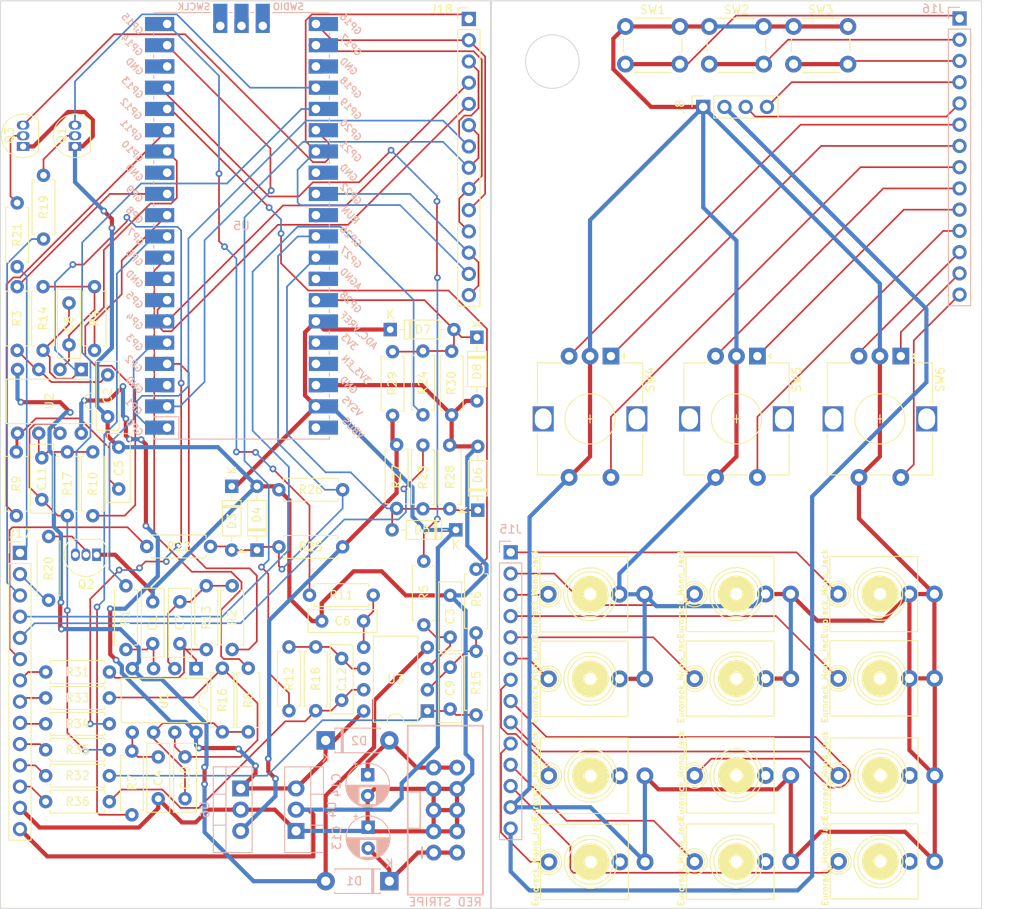
<source format=kicad_pcb>
(kicad_pcb (version 20211014) (generator pcbnew)
  (layers (0 "F.Cu" signal) (31 "B.Cu" signal) (34 "B.Paste" user) (35 "F.Paste" user) (36 "B.SilkS" user "B.Silkscreen") (37 "F.SilkS" user "F.Silkscreen") (38 "B.Mask" user) (39 "F.Mask" user) (44 "Edge.Cuts" user))
  (net 0 "")
  (net 1 "Net-(C1-Pad2)")
  (net 2 "Net-(C2-Pad2)")
  (net 3 "Net-(C3-Pad2)")
  (net 4 "Net-(C4-Pad2)")
  (net 5 "Net-(C5-Pad2)")
  (net 6 "Net-(C6-Pad2)")
  (net 7 "Net-(C7-Pad1)")
  (net 8 "Net-(C7-Pad2)")
  (net 9 "Net-(C8-Pad1)")
  (net 10 "Net-(C8-Pad2)")
  (net 11 "Net-(C9-Pad1)")
  (net 12 "Net-(C9-Pad2)")
  (net 13 "Net-(C10-Pad1)")
  (net 14 "Net-(C10-Pad2)")
  (net 15 "Net-(C11-Pad1)")
  (net 16 "Net-(C11-Pad2)")
  (net 17 "Net-(C12-Pad1)")
  (net 18 "Net-(C12-Pad2)")
  (net 19 "Net-(C13-Pad2)")
  (net 20 "Net-(C14-Pad1)")
  (net 21 "-12V")
  (net 22 "+12V")
  (net 23 "BP_3V3")
  (net 24 "PICO_CV_IN_1")
  (net 25 "PICO_CV_IN_2")
  (net 26 "PICO_CV_IN_3")
  (net 27 "FP_CV_IN_JACK_1")
  (net 28 "FP_CV_IN_JACK_2")
  (net 29 "FP_GND")
  (net 30 "FP_CV_IN_JACK_3")
  (net 31 "FP_TRIG_IN_JACK_1")
  (net 32 "FP_TRIG_IN_JACK_2")
  (net 33 "FP_TRIG_IN_JACK_3")
  (net 34 "FP_3V3")
  (net 35 "FP_OLED_SCL")
  (net 36 "FP_OLED_SDA")
  (net 38 "FP_VOCT_OUT_1")
  (net 40 "FP_VOCT_OUT_2")
  (net 42 "FP_VOCT_OUT_3")
  (net 44 "FP_CV_OUT_1")
  (net 46 "FP_CV_OUT_2")
  (net 48 "FP_CV_OUT_3")
  (net 49 "FP_ENC_CCW_1")
  (net 50 "FP_ENC_CW_1")
  (net 51 "FP_ENC_BTN_3")
  (net 52 "FP_ENC_CCW_2")
  (net 53 "FP_ENC_CW_2")
  (net 54 "FP_ENC_BTN_2")
  (net 55 "FP_ENC_CCW_3")
  (net 56 "FP_ENC_CW_3")
  (net 57 "FP_ENC_BTN_1")
  (net 58 "FP_TOP_BTN_3")
  (net 59 "FP_TOP_BTN_2")
  (net 60 "FP_TOP_BTN_1")
  (net 61 "BP_TRIG_IN_JACK_3")
  (net 62 "BP_TRIG_IN_JACK_2")
  (net 63 "BP_TRIG_IN_JACK_1")
  (net 64 "BP_CV_IN_JACK_3")
  (net 65 "BP_CV_IN_JACK_2")
  (net 66 "BP_CV_IN_JACK_1")
  (net 67 "BP_VOCT_OUT_1")
  (net 68 "BP_VOCT_OUT_2")
  (net 69 "BP_VOCT_OUT_3")
  (net 70 "BP_CV_OUT_1")
  (net 71 "BP_CV_OUT_2")
  (net 72 "BP_CV_OUT_3")
  (net 73 "BP_OLED_SCL")
  (net 74 "BP_OLED_SDA")
  (net 75 "BP_ENC_CCW_1")
  (net 76 "BP_ENC_BTN_1")
  (net 77 "BP_ENC_BTN_3")
  (net 78 "BP_ENC_CCW_2")
  (net 79 "BP_ENC_BTN_2")
  (net 80 "BP_ENC_CCW_3")
  (net 81 "BP_GND")
  (net 82 "Net-(Q1-Pad2)")
  (net 83 "PICO_TRIG_IN_1")
  (net 84 "Net-(Q2-Pad2)")
  (net 85 "PICO_TRIG_IN_2")
  (net 86 "Net-(Q3-Pad2)")
  (net 87 "PICO_TRIG_IN_3")
  (net 88 "PICO_VOCT_OFFSET_1")
  (net 89 "PICO_VOCT_OUT_1")
  (net 90 "PICO_VOCT_OFFSET_3")
  (net 91 "PICO_VOCT_OUT_3")
  (net 92 "PICO_CV_OFFSET_2")
  (net 93 "PICO_CV_OUT_2")
  (net 94 "PICO_VOCT_OFFSET_2")
  (net 95 "PICO_VOCT_OUT_2")
  (net 96 "PICO_CV_OFFSET_1")
  (net 97 "PICO_CV_OUT_1")
  (net 98 "PICO_CV_OFFSET_3")
  (net 99 "PICO_CV_OUT_3")
  (net 100 "+5V")
  (footprint "Resistor_THT:R_Axial_DIN0207_L6.3mm_D2.5mm_P7.62mm_Horizontal" (layer "F.Cu") (at 25.752109 91.65 90)
    (fp_text reference "R20")
    (fp_text value "100k")
  )
  (footprint "winterbloom:WQP518MA" (layer "F.Cu") (at 90.567827 122.936789 90)
    (fp_text reference "J12" hide)
    (fp_text value "Eurorack_Mono_Jack")
  )
  (footprint "Resistor_THT:R_Axial_DIN0207_L6.3mm_D2.5mm_P7.62mm_Horizontal" (layer "F.Cu") (at 33.016509 112.6304 180)
    (fp_text reference "R32")
    (fp_text value "220")
  )
  (footprint "Diode_THT:D_DO-35_SOD27_P7.62mm_Horizontal" (layer "F.Cu") (at 50.669509 85.6556 90)
    (fp_text reference "D4")
    (fp_text value "D")
  )
  (footprint "winterbloom:WQP518MA" (layer "F.Cu") (at 107.9668 90.91152 90)
    (fp_text reference "J6" hide)
    (fp_text value "Eurorack_Mono_Jack")
  )
  (footprint "Resistor_THT:R_Axial_DIN0207_L6.3mm_D2.5mm_P7.62mm_Horizontal" (layer "F.Cu") (at 44.598909 89.9228 -90)
    (fp_text reference "R13")
    (fp_text value "1k")
  )
  (footprint "Resistor_THT:R_Axial_DIN0207_L6.3mm_D2.5mm_P7.62mm_Horizontal" (layer "F.Cu") (at 31.238509 61.7796 90)
    (fp_text reference "R4")
    (fp_text value "1k")
  )
  (footprint "Resistor_THT:R_Axial_DIN0207_L6.3mm_D2.5mm_P7.62mm_Horizontal" (layer "F.Cu") (at 57.690306 97.238 -90)
    (fp_text reference "R18")
    (fp_text value "7k5")
  )
  (footprint "Diode_THT:D_DO-35_SOD27_P7.62mm_Horizontal" (layer "F.Cu") (at 66.595309 59.2904)
    (fp_text reference "D7")
    (fp_text value "D")
  )
  (footprint "Resistor_THT:R_Axial_DIN0207_L6.3mm_D2.5mm_P7.62mm_Horizontal" (layer "F.Cu") (at 34.997709 89.9228 -90)
    (fp_text reference "R1")
    (fp_text value "1k")
  )
  (footprint "Resistor_THT:R_Axial_DIN0207_L6.3mm_D2.5mm_P7.62mm_Horizontal" (layer "F.Cu") (at 76.856909 87.9416 -90)
    (fp_text reference "R6")
    (fp_text value "4k7")
  )
  (footprint "Capacitor_THT:C_Disc_D8.0mm_W2.5mm_P5.00mm" (layer "F.Cu") (at 32.813309 69.7152 90)
    (fp_text reference "C2")
    (fp_text value "10nF")
  )
  (footprint "Resistor_THT:R_Axial_DIN0207_L6.3mm_D2.5mm_P7.62mm_Horizontal" (layer "F.Cu") (at 53.285709 78.442)
    (fp_text reference "R26")
    (fp_text value "100k")
  )
  (footprint "winterbloom:WQP518MA" (layer "F.Cu") (at 107.98515 122.898782 90)
    (fp_text reference "J13" hide)
    (fp_text value "Eurorack_Mono_Jack")
  )
  (footprint "Package_TO_SOT_THT:TO-92_Inline" (layer "F.Cu") (at 22.704109 37.3956 90)
    (fp_text reference "Q3")
    (fp_text value "2N3904")
  )
  (footprint "winterbloom:WQP518MA" (layer "F.Cu") (at 125.156205 90.91152 90)
    (fp_text reference "J7" hide)
    (fp_text value "Eurorack_Mono_Jack")
  )
  (footprint "winterbloom:WQP518MA" (layer "F.Cu") (at 90.542427 112.641277 90)
    (fp_text reference "J9" hide)
    (fp_text value "Eurorack_Mono_Jack")
  )
  (footprint "Capacitor_THT:C_Disc_D8.0mm_W2.5mm_P5.00mm" (layer "F.Cu") (at 60.789106 98.6096 -90)
    (fp_text reference "C12")
    (fp_text value "10nF")
  )
  (footprint "Resistor_THT:R_Axial_DIN0207_L6.3mm_D2.5mm_P7.62mm_Horizontal" (layer "F.Cu") (at 21.992909 54.1596 -90)
    (fp_text reference "R3")
    (fp_text value "1k")
  )
  (footprint "Resistor_THT:R_Axial_DIN0207_L6.3mm_D2.5mm_P7.62mm_Horizontal" (layer "F.Cu") (at 49.628109 99.778 -90)
    (fp_text reference "R8")
    (fp_text value "1k")
  )
  (footprint "winterbloom:WQP518MA" (layer "F.Cu") (at 90.491627 90.93692 90)
    (fp_text reference "J5" hide)
    (fp_text value "Eurorack_Mono_Jack")
  )
  (footprint "Capacitor_THT:C_Disc_D8.0mm_W2.5mm_P5.00mm" (layer "F.Cu") (at 58.405709 94.1392)
    (fp_text reference "C6")
    (fp_text value "10nF")
  )
  (footprint "Button_Switch_THT:SW_PUSH_6mm" (layer "F.Cu") (at 104.7422 23.056606)
    (fp_text reference "SW2")
    (fp_text value "SW_Push")
  )
  (footprint "Resistor_THT:R_Axial_DIN0207_L6.3mm_D2.5mm_P7.62mm_Horizontal" (layer "F.Cu") (at 33.016509 106.4328 180)
    (fp_text reference "R34")
    (fp_text value "220")
  )
  (footprint "Capacitor_THT:C_Disc_D8.0mm_W2.5mm_P5.00mm" (layer "F.Cu") (at 34.134109 73.3512 -90)
    (fp_text reference "C5")
    (fp_text value "10nF")
  )
  (footprint "Capacitor_THT:C_Disc_D8.0mm_W2.5mm_P5.00mm" (layer "F.Cu") (at 38.198109 91.8424 -90)
    (fp_text reference "C1")
    (fp_text value "10nF")
  )
  (footprint "Resistor_THT:R_Axial_DIN0207_L6.3mm_D2.5mm_P7.62mm_Horizontal" (layer "F.Cu") (at 73.935909 69.5012 90)
    (fp_text reference "R30")
    (fp_text value "100k")
  )
  (footprint "Package_DIP:DIP-8_W7.62mm" (layer "F.Cu") (at 43.379709 99.8288 -90)
    (fp_text reference "U1")
    (fp_text value "NE5532")
  )
  (footprint "Package_TO_SOT_THT:TO-92_Inline" (layer "F.Cu") (at 28.906109 37.3956 90)
    (fp_text reference "Q1")
    (fp_text value "2N3904")
  )
  (footprint "Resistor_THT:R_Axial_DIN0207_L6.3mm_D2.5mm_P7.62mm_Horizontal" (layer "F.Cu") (at 33.016509 109.5316 180)
    (fp_text reference "R35")
    (fp_text value "220")
  )
  (footprint "Connector_PinSocket_2.54mm:PinSocket_1x04_P2.54mm_Vertical" (layer "F.Cu") (at 104.0144 32.675256 90)
    (fp_text reference "J8")
    (fp_text value "SSD1306_OLED_CONN")
  )
  (footprint "Resistor_THT:R_Axial_DIN0207_L6.3mm_D2.5mm_P7.62mm_Horizontal" (layer "F.Cu") (at 25.142509 48.47 90)
    (fp_text reference "R19")
    (fp_text value "100k")
  )
  (footprint "Capacitor_THT:C_Disc_D8.0mm_W2.5mm_P5.00mm" (layer "F.Cu") (at 42.058909 115.3844 90)
    (fp_text reference "C10")
    (fp_text value "10nF")
  )
  (footprint "Diode_THT:D_DO-35_SOD27_P7.62mm_Horizontal" (layer "F.Cu") (at 76.958509 60.2048 -90)
    (fp_text reference "D8")
    (fp_text value "D")
  )
  (footprint "winterbloom:WQP518MA" (layer "F.Cu") (at 107.98515 112.60327 90)
    (fp_text reference "J10" hide)
    (fp_text value "Eurorack_Mono_Jack")
  )
  (footprint "Diode_THT:D_DO-35_SOD27_P7.62mm_Horizontal" (layer "F.Cu") (at 47.646909 78.0356 -90)
    (fp_text reference "D3")
    (fp_text value "D")
  )
  (footprint "Resistor_THT:R_Axial_DIN0207_L6.3mm_D2.5mm_P7.62mm_Horizontal" (layer "F.Cu") (at 70.506909 69.4758 90)
    (fp_text reference "R24")
    (fp_text value "100k")
  )
  (footprint "Resistor_THT:R_Axial_DIN0207_L6.3mm_D2.5mm_P7.62mm_Horizontal" (layer "F.Cu") (at 21.891309 81.5408 90)
    (fp_text reference "R9")
    (fp_text value "1k")
  )
  (footprint "Resistor_THT:R_Axial_DIN0207_L6.3mm_D2.5mm_P7.62mm_Horizontal" (layer "F.Cu") (at 47.697709 97.5428 90)
    (fp_text reference "R2")
    (fp_text value "1k")
  )
  (footprint "Resistor_THT:R_Axial_DIN0207_L6.3mm_D2.5mm_P7.62mm_Horizontal" (layer "F.Cu") (at 53.285709 85.2746)
    (fp_text reference "R25")
    (fp_text value "100k")
  )
  (footprint "Resistor_THT:R_Axial_DIN0207_L6.3mm_D2.5mm_P7.62mm_Horizontal" (layer "F.Cu") (at 35.708909 117.304 90)
    (fp_text reference "R7")
    (fp_text value "1k")
  )
  (footprint "winterbloom:WQP518MA" (layer "F.Cu") (at 90.517027 101.046525 90)
    (fp_text reference "J2" hide)
    (fp_text value "Eurorack_Mono_Jack")
  )
  (footprint "Resistor_THT:R_Axial_DIN0207_L6.3mm_D2.5mm_P7.62mm_Horizontal" (layer "F.Cu") (at 70.608509 86.9764 -90)
    (fp_text reference "R5")
    (fp_text value "1k")
  )
  (footprint "Resistor_THT:R_Axial_DIN0207_L6.3mm_D2.5mm_P7.62mm_Horizontal" (layer "F.Cu") (at 37.486909 85.2238)
    (fp_text reference "R22")
    (fp_text value "100k")
  )
  (footprint "Rotary_Encoder:RotaryEncoder_Alps_EC12E-Switch_Vertical_H20mm" (layer "F.Cu") (at 92.984227 62.470866 -90)
    (fp_text reference "SW4")
    (fp_text value "RotaryEncoder_Switch")
  )
  (footprint "Resistor_THT:R_Axial_DIN0207_L6.3mm_D2.5mm_P7.62mm_Horizontal" (layer "F.Cu") (at 33.016509 115.7292 180)
    (fp_text reference "R36")
    (fp_text value "220")
  )
  (footprint "Rotary_Encoder:RotaryEncoder_Alps_EC12E-Switch_Vertical_H20mm" (layer "F.Cu") (at 127.638205 62.470866 -90)
    (fp_text reference "SW6")
    (fp_text value "RotaryEncoder_Switch")
  )
  (footprint "Resistor_THT:R_Axial_DIN0207_L6.3mm_D2.5mm_P7.62mm_Horizontal" (layer "F.Cu") (at 21.992909 51.772 90)
    (fp_text reference "R21")
    (fp_text value "100k")
  )
  (footprint "Resistor_THT:R_Axial_DIN0207_L6.3mm_D2.5mm_P7.62mm_Horizontal" (layer "F.Cu") (at 31.035309 81.5408 90)
    (fp_text reference "R10")
    (fp_text value "4k7")
  )
  (footprint "Diode_THT:D_DO-35_SOD27_P7.62mm_Horizontal" (layer "F.Cu") (at 74.443909 83.2426 180)
    (fp_text reference "D5")
    (fp_text value "D")
  )
  (footprint "Resistor_THT:R_Axial_DIN0207_L6.3mm_D2.5mm_P7.62mm_Horizontal" (layer "F.Cu") (at 67.357309 80.6772 90)
    (fp_text reference "R27")
    (fp_text value "100k")
  )
  (footprint "Capacitor_THT:C_Disc_D8.0mm_W2.5mm_P5.00mm" (layer "F.Cu") (at 28.190509 61.1192 90)
    (fp_text reference "C8")
    (fp_text value "10nF")
  )
  (footprint "Button_Switch_THT:SW_PUSH_6mm" (layer "F.Cu") (at 114.814264 23.056606)
    (fp_text reference "SW3")
    (fp_text value "SW_Push")
  )
  (footprint "Rotary_Encoder:RotaryEncoder_Alps_EC12E-Switch_Vertical_H20mm" (layer "F.Cu") (at 110.4922 62.470866 -90)
    (fp_text reference "SW5")
    (fp_text value "RotaryEncoder_Switch")
  )
  (footprint "Package_DIP:DIP-8_W7.62mm" (layer "F.Cu") (at 29.653709 64.0656 -90)
    (fp_text reference "U2")
    (fp_text value "NE5532")
  )
  (footprint "Resistor_THT:R_Axial_DIN0207_L6.3mm_D2.5mm_P7.62mm_Horizontal" (layer "F.Cu") (at 25.091709 54.1596 -90)
    (fp_text reference "R14")
    (fp_text value "1k")
  )
  (footprint "winterbloom:WQP518MA" (layer "F.Cu") (at 125.168455 100.995725 90)
    (fp_text reference "J4" hide)
    (fp_text value "Eurorack_Mono_Jack")
  )
  (footprint "Package_DIP:DIP-8_W7.62mm" (layer "F.Cu") (at 71.040706 104.8988 180)
    (fp_text reference "U3")
    (fp_text value "NE5532")
  )
  (footprint "Resistor_THT:R_Axial_DIN0207_L6.3mm_D2.5mm_P7.62mm_Horizontal" (layer "F.Cu") (at 46.529309 107.398 90)
    (fp_text reference "R16")
    (fp_text value "1k")
  )
  (footprint "Capacitor_THT:C_Disc_D8.0mm_W2.5mm_P5.00mm" (layer "F.Cu") (at 24.939309 74.6212 -90)
    (fp_text reference "C11")
    (fp_text value "10nF")
  )
  (footprint "Button_Switch_THT:SW_PUSH_6mm" (layer "F.Cu") (at 94.719973 23.056606)
    (fp_text reference "SW1")
    (fp_text value "SW_Push")
  )
  (footprint "Resistor_THT:R_Axial_DIN0207_L6.3mm_D2.5mm_P7.62mm_Horizontal" (layer "F.Cu") (at 66.874709 61.932 -90)
    (fp_text reference "R29")
    (fp_text value "100k")
  )
  (footprint "Capacitor_THT:C_Disc_D8.0mm_W2.5mm_P5.00mm" (layer "F.Cu") (at 41.449309 91.8424 -90)
    (fp_text reference "C7")
    (fp_text value "10nF")
  )
  (footprint "winterbloom:WQP518MA" (layer "F.Cu") (at 125.199055 112.60327 90)
    (fp_text reference "J11" hide)
    (fp_text value "Eurorack_Mono_Jack")
  )
  (footprint "Capacitor_THT:C_Disc_D8.0mm_W2.5mm_P5.00mm" (layer "F.Cu") (at 38.858509 115.3844 90)
    (fp_text reference "C4")
    (fp_text value "10nF")
  )
  (footprint "Resistor_THT:R_Axial_DIN0207_L6.3mm_D2.5mm_P7.62mm_Horizontal" (layer "F.Cu") (at 73.707309 73.108 -90)
    (fp_text reference "R28")
    (fp_text value "100k")
  )
  (footprint "Resistor_THT:R_Axial_DIN0207_L6.3mm_D2.5mm_P7.62mm_Horizontal" (layer "F.Cu") (at 33.016509 103.334 180)
    (fp_text reference "R33")
    (fp_text value "220")
  )
  (footprint "Resistor_THT:R_Axial_DIN0207_L6.3mm_D2.5mm_P7.62mm_Horizontal" (layer "F.Cu") (at 33.028909 100.2352 180)
    (fp_text reference "R31")
    (fp_text value "220")
  )
  (footprint "winterbloom:WQP518MA" (layer "F.Cu") (at 107.98515 101.021125 90)
    (fp_text reference "J3" hide)
    (fp_text value "Eurorack_Mono_Jack")
  )
  (footprint "Resistor_THT:R_Axial_DIN0207_L6.3mm_D2.5mm_P7.62mm_Horizontal" (layer "F.Cu") (at 56.943309 91.0404)
    (fp_text reference "R11")
    (fp_text value "1k")
  )
  (footprint "Capacitor_THT:C_Disc_D8.0mm_W2.5mm_P5.00mm" (layer "F.Cu") (at 73.758109 99.6656 -90)
    (fp_text reference "C9")
    (fp_text value "10nF")
  )
  (footprint "winterbloom:WQP518MA" (layer "F.Cu") (at 125.192955 122.878582 90)
    (fp_text reference "J14" hide)
    (fp_text value "Eurorack_Mono_Jack")
  )
  (footprint "Connector_PinHeader_2.54mm:PinHeader_1x14_P2.54mm_Vertical" (layer "F.Cu") (at 22.3268 85.9958)
    (fp_text reference "J17")
    (fp_text value "Conn_01x14_Male")
  )
  (footprint "Resistor_THT:R_Axial_DIN0207_L6.3mm_D2.5mm_P7.62mm_Horizontal" (layer "F.Cu") (at 54.489906 104.858 90)
    (fp_text reference "R12")
    (fp_text value "4k7")
  )
  (footprint "Capacitor_THT:C_Disc_D8.0mm_W2.5mm_P5.00mm" (layer "F.Cu") (at 73.758109 91.0696 -90)
    (fp_text reference "C3")
    (fp_text value "10nF")
  )
  (footprint "Package_TO_SOT_THT:TO-92_Inline" (layer "F.Cu") (at 31.492509 86.2144 180)
    (fp_text reference "Q2")
    (fp_text value "2N3904")
  )
  (footprint "Resistor_THT:R_Axial_DIN0207_L6.3mm_D2.5mm_P7.62mm_Horizontal" (layer "F.Cu") (at 76.856909 97.746 -90)
    (fp_text reference "R15")
    (fp_text value "7k5")
  )
  (footprint "Resistor_THT:R_Axial_DIN0207_L6.3mm_D2.5mm_P7.62mm_Horizontal" (layer "F.Cu") (at 70.506909 73.108 -90)
    (fp_text reference "R23")
    (fp_text value "100k")
  )
  (footprint "Diode_THT:D_DO-35_SOD27_P7.62mm_Horizontal" (layer "F.Cu") (at 77.060109 80.8804 90)
    (fp_text reference "D6")
    (fp_text value "D")
  )
  (footprint "Resistor_THT:R_Axial_DIN0207_L6.3mm_D2.5mm_P7.62mm_Horizontal" (layer "F.Cu") (at 27.987309 73.9208 -90)
    (fp_text reference "R17")
    (fp_text value "7k5")
  )
  (footprint "Connector_PinHeader_2.54mm:PinHeader_1x14_P2.54mm_Vertical" (layer "F.Cu") (at 75.995343 22.156677)
    (fp_text reference "J18")
    (fp_text value "Conn_01x14_Male")
  )
  (footprint "Capacitor_THT:CP_Radial_D5.0mm_P2.50mm" (layer "B.Cu") (at 63.953709 118.800676 -90)
    (fp_text reference "C13")
    (fp_text value "22u")
  )
  (footprint "winterbloom:Eurorack_Power" (layer "B.Cu") (at 73.173909 116.7452 90)
    (fp_text reference "J1" hide)
    (fp_text value "Eurorack_Power" hide)
  )
  (footprint "MCU_RaspberryPi_and_Boards:RPi_Pico_SMD_TH" (layer "B.Cu") (at 48.815309 46.8862)
    (fp_text reference "U5")
    (fp_text value "Pico")
  )
  (footprint "Package_TO_SOT_THT:TO-220-3_Vertical" (layer "B.Cu") (at 48.713709 114.1544 -90)
    (fp_text reference "U6")
    (fp_text value "L7805")
  )
  (footprint "Diode_THT:D_DO-41_SOD81_P7.62mm_Horizontal" (layer "B.Cu") (at 66.493709 125.24079 180)
    (fp_text reference "D1")
    (fp_text value "D")
  )
  (footprint "Connector_PinSocket_2.54mm:PinSocket_1x14_P2.54mm_Vertical" (layer "B.Cu") (at 80.988272 85.9284 180)
    (fp_text reference "J15")
    (fp_text value "Conn_01x14_Female")
  )
  (footprint "Diode_THT:D_DO-41_SOD81_P7.62mm_Horizontal" (layer "B.Cu") (at 58.873709 108.414)
    (fp_text reference "D2")
    (fp_text value "D")
  )
  (footprint "Connector_PinSocket_2.54mm:PinSocket_1x14_P2.54mm_Vertical" (layer "B.Cu") (at 134.661699 22.0982 180)
    (fp_text reference "J16")
    (fp_text value "Conn_01x14_Female")
  )
  (footprint "Capacitor_THT:CP_Radial_D5.0mm_P2.50mm" (layer "B.Cu") (at 63.899234 112.518674 -90)
    (fp_text reference "C14")
    (fp_text value "22u")
  )
  (footprint "Package_TO_SOT_THT:TO-220-3_Vertical" (layer "B.Cu") (at 55.337909 119.2344 90)
    (fp_text reference "U4")
    (fp_text value "LM1117-3.3")
  )
  (gr_circle (center 85.975409 27.254294) (end 89.175409 27.254294) (layer "Edge.Cuts") (width 0.1) (fill none))
  (gr_rect (start 78.69 19.99) (end 137.29 128.49) (layer "Edge.Cuts") (width 0.1) (fill none))
  (gr_rect (start 19.99 19.99) (end 78.59 128.49) (layer "Edge.Cuts") (width 0.1) (fill none))
  (segment (start 38.299709 96.944) (end 38.198109 96.8424) (width 0.2) (layer "F.Cu") (net 1))
  (segment (start 34.997709 97.5428) (end 37.497709 97.5428) (width 0.2) (layer "F.Cu") (net 1))
  (segment (start 37.497709 97.5428) (end 38.198109 96.8424) (width 0.2) (layer "F.Cu") (net 1))
  (segment (start 38.299709 99.8288) (end 38.299709 96.944) (width 0.2) (layer "F.Cu") (net 1))
  (segment (start 31.963878 65.564631) (end 32.813309 64.7152) (width 0.2) (layer "F.Cu") (net 2))
  (segment (start 26.07274 65.564631) (end 31.963878 65.564631) (width 0.2) (layer "F.Cu") (net 2))
  (segment (start 24.278909 64.0656) (end 24.573709 64.0656) (width 0.2) (layer "F.Cu") (net 2))
  (segment (start 24.573709 64.0656) (end 26.07274 65.564631) (width 0.2) (layer "F.Cu") (net 2))
  (segment (start 21.992909 61.7796) (end 24.278909 64.0656) (width 0.2) (layer "F.Cu") (net 2))
  (segment (start 72.081709 96.0696) (end 70.608509 94.5964) (width 0.2) (layer "F.Cu") (net 3))
  (segment (start 73.758109 97.101397) (end 71.040706 99.8188) (width 0.2) (layer "F.Cu") (net 3))
  (segment (start 73.758109 96.0696) (end 73.758109 97.101397) (width 0.2) (layer "F.Cu") (net 3))
  (segment (start 73.758109 96.0696) (end 72.081709 96.0696) (width 0.2) (layer "F.Cu") (net 3))
  (segment (start 35.759709 109.6332) (end 35.708909 109.684) (width 0.2) (layer "F.Cu") (net 4))
  (segment (start 38.858509 110.3844) (end 36.409309 110.3844) (width 0.2) (layer "F.Cu") (net 4))
  (segment (start 36.409309 110.3844) (end 35.708909 109.684) (width 0.2) (layer "F.Cu") (net 4))
  (segment (start 35.759709 107.4488) (end 35.759709 109.6332) (width 0.2) (layer "F.Cu") (net 4))
  (segment (start 24.231759 69.9076) (end 29.460509 69.9076) (width 0.2) (layer "F.Cu") (net 5))
  (segment (start 29.460509 69.9076) (end 33.034598 73.481689) (width 0.2) (layer "F.Cu") (net 5))
  (segment (start 33.034598 77.251689) (end 34.134109 78.3512) (width 0.2) (layer "F.Cu") (net 5))
  (segment (start 22.033709 73.7784) (end 21.891309 73.9208) (width 0.2) (layer "F.Cu") (net 5))
  (segment (start 22.033709 71.6856) (end 22.033709 73.7784) (width 0.2) (layer "F.Cu") (net 5))
  (segment (start 21.891309 72.24805) (end 24.231759 69.9076) (width 0.2) (layer "F.Cu") (net 5))
  (segment (start 33.034598 73.481689) (end 33.034598 77.251689) (width 0.2) (layer "F.Cu") (net 5))
  (segment (start 21.891309 73.9208) (end 21.891309 72.24805) (width 0.2) (layer "F.Cu") (net 5))
  (segment (start 64.563309 92.9816) (end 63.405709 94.1392) (width 0.2) (layer "F.Cu") (net 6))
  (segment (start 63.420706 97.2788) (end 63.420706 94.154197) (width 0.2) (layer "F.Cu") (net 6))
  (segment (start 63.420706 94.154197) (end 63.405709 94.1392) (width 0.2) (layer "F.Cu") (net 6))
  (segment (start 64.563309 91.0404) (end 64.563309 92.9816) (width 0.2) (layer "F.Cu") (net 6))
  (segment (start 47.697709 89.9228) (end 44.598909 89.9228) (width 0.2) (layer "F.Cu") (net 7))
  (segment (start 41.449309 91.8424) (end 42.679309 91.8424) (width 0.2) (layer "F.Cu") (net 7))
  (segment (start 40.03971 93.251999) (end 40.03971 99.028801) (width 0.2) (layer "F.Cu") (net 7))
  (segment (start 42.679309 91.8424) (end 44.598909 89.9228) (width 0.2) (layer "F.Cu") (net 7))
  (segment (start 41.449309 91.8424) (end 40.03971 93.251999) (width 0.2) (layer "F.Cu") (net 7))
  (segment (start 40.03971 99.028801) (end 40.839709 99.8288) (width 0.2) (layer "F.Cu") (net 7))
  (segment (start 41.314998 100.928311) (end 41.93922 100.304089) (width 0.2) (layer "F.Cu") (net 8))
  (segment (start 42.149709 97.5428) (end 41.449309 96.8424) (width 0.2) (layer "F.Cu") (net 8))
  (segment (start 43.379709 99.8288) (end 43.379709 98.7728) (width 0.2) (layer "F.Cu") (net 8))
  (segment (start 41.93922 100.304089) (end 41.93922 97.332311) (width 0.2) (layer "F.Cu") (net 8))
  (segment (start 41.93922 97.332311) (end 41.449309 96.8424) (width 0.2) (layer "F.Cu") (net 8))
  (segment (start 33.028909 100.2352) (end 33.72202 100.928311) (width 0.2) (layer "F.Cu") (net 8))
  (segment (start 43.379709 98.7728) (end 41.449309 96.8424) (width 0.2) (layer "F.Cu") (net 8))
  (segment (start 33.72202 100.928311) (end 41.314998 100.928311) (width 0.2) (layer "F.Cu") (net 8))
  (segment (start 44.598909 97.5428) (end 42.149709 97.5428) (width 0.2) (layer "F.Cu") (net 8))
  (segment (start 28.190509 59.98783) (end 31.238509 56.93983) (width 0.2) (layer "F.Cu") (net 9))
  (segment (start 28.190509 61.1192) (end 28.190509 62.9888) (width 0.2) (layer "F.Cu") (net 9))
  (segment (start 31.238509 56.93983) (end 31.238509 54.1596) (width 0.2) (layer "F.Cu") (net 9))
  (segment (start 28.190509 62.9888) (end 27.113709 64.0656) (width 0.2) (layer "F.Cu") (net 9))
  (segment (start 25.091709 54.1596) (end 31.238509 54.1596) (width 0.2) (layer "F.Cu") (net 9))
  (segment (start 28.190509 61.1192) (end 28.190509 59.98783) (width 0.2) (layer "F.Cu") (net 9))
  (segment (start 41.601709 84.7412) (end 41.246109 85.0968) (width 0.2) (layer "F.Cu") (net 10))
  (segment (start 28.190509 58.6808) (end 25.091709 61.7796) (width 0.2) (layer "F.Cu") (net 10))
  (segment (start 35.099309 46.360459) (end 35.099309 45.8792) (width 0.2) (layer "F.Cu") (net 10))
  (segment (start 41.601709 65.6912) (end 41.601709 84.7412) (width 0.2) (layer "F.Cu") (net 10))
  (segment (start 36.623309 87.7384) (end 36.623309 87.7892) (width 0.2) (layer "F.Cu") (net 10))
  (segment (start 34.184909 88.0432) (end 30.730509 91.4976) (width 0.2) (layer "F.Cu") (net 10))
  (segment (start 28.190509 56.1192) (end 28.190509 58.6808) (width 0.2) (layer "F.Cu") (net 10))
  (segment (start 36.674109 87.6876) (end 36.623309 87.7384) (width 0.2) (layer "F.Cu") (net 10))
  (segment (start 25.891708 62.579599) (end 25.891708 64.408399) (width 0.2) (layer "F.Cu") (net 10))
  (segment (start 25.091709 61.7796) (end 25.891708 62.579599) (width 0.2) (layer "F.Cu") (net 10))
  (segment (start 37.334509 87.0272) (end 36.674109 87.6876) (width 0.2) (layer "F.Cu") (net 10))
  (segment (start 39.823709 87.0272) (end 37.334509 87.0272) (width 0.2) (layer "F.Cu") (net 10))
  (segment (start 26.64842 65.165111) (end 28.554198 65.165111) (width 0.2) (layer "F.Cu") (net 10))
  (segment (start 28.647709 51.518) (end 29.941768 51.518) (width 0.2) (layer "F.Cu") (net 10))
  (segment (start 29.941768 51.518) (end 35.099309 46.360459) (width 0.2) (layer "F.Cu") (net 10))
  (segment (start 30.730509 91.4976) (end 30.730509 106.4328) (width 0.2) (layer "F.Cu") (net 10))
  (segment (start 28.554198 65.165111) (end 29.653709 64.0656) (width 0.2) (layer "F.Cu") (net 10))
  (segment (start 25.891708 64.408399) (end 26.64842 65.165111) (width 0.2) (layer "F.Cu") (net 10))
  (via (at 39.823709 87.0272) (size 0.8) (drill 0.4) (layers "F.Cu" "B.Cu") (net 10))
  (via (at 36.623309 87.7892) (size 0.8) (drill 0.4) (layers "F.Cu" "B.Cu") (net 10))
  (via (at 41.601709 65.6912) (size 0.8) (drill 0.4) (layers "F.Cu" "B.Cu") (net 10))
  (via (at 30.730509 106.4328) (size 0.8) (drill 0.4) (layers "F.Cu" "B.Cu") (net 10))
  (via (at 35.099309 45.8792) (size 0.8) (drill 0.4) (layers "F.Cu" "B.Cu") (net 10))
  (via (at 34.184909 88.0432) (size 0.8) (drill 0.4) (layers "F.Cu" "B.Cu") (net 10))
  (via (at 28.647709 51.518) (size 0.8) (drill 0.4) (layers "F.Cu" "B.Cu") (net 10))
  (via (at 41.246109 85.0968) (size 0.8) (drill 0.4) (layers "F.Cu" "B.Cu") (net 10))
  (segment (start 35.099309 45.8792) (end 36.226798 47.006689) (width 0.2) (layer "B.Cu") (net 10))
  (segment (start 41.601709 55.2264) (end 41.601709 65.6912) (width 0.2) (layer "B.Cu") (net 10))
  (segment (start 28.850909 64.0656) (end 26.514109 61.7288) (width 0.2) (layer "B.Cu") (net 10))
  (segment (start 26.514109 53.6516) (end 28.647709 51.518) (width 0.2) (layer "B.Cu") (net 10))
  (segment (start 29.653709 64.0656) (end 28.850909 64.0656) (width 0.2) (layer "B.Cu") (net 10))
  (segment (start 30.730509 106.4328) (end 33.016509 106.4328) (width 0.2) (layer "B.Cu") (net 10))
  (segment (start 41.601709 47.454) (end 41.601709 55.2264) (width 0.2) (layer "B.Cu") (net 10))
  (segment (start 36.369309 88.0432) (end 34.184909 88.0432) (width 0.2) (layer "B.Cu") (net 10))
  (segment (start 41.246109 85.0968) (end 39.823709 86.5192) (width 0.2) (layer "B.Cu") (net 10))
  (segment (start 26.514109 55.074) (end 26.514109 53.6516) (width 0.2) (layer "B.Cu") (net 10))
  (segment (start 41.154398 47.006689) (end 41.601709 47.454) (width 0.2) (layer "B.Cu") (net 10))
  (segment (start 39.823709 86.5192) (end 39.823709 87.0272) (width 0.2) (layer "B.Cu") (net 10))
  (segment (start 26.514109 61.7288) (end 26.514109 55.074) (width 0.2) (layer "B.Cu") (net 10))
  (segment (start 36.623309 87.7892) (end 36.369309 88.0432) (width 0.2) (layer "B.Cu") (net 10))
  (segment (start 36.226798 47.006689) (end 41.154398 47.006689) (width 0.2) (layer "B.Cu") (net 10))
  (segment (start 71.064909 102.3588) (end 71.040706 102.3588) (width 0.2) (layer "F.Cu") (net 11))
  (segment (start 75.677709 97.746) (end 73.758109 99.6656) (width 0.2) (layer "F.Cu") (net 11))
  (segment (start 76.856909 97.746) (end 75.677709 97.746) (width 0.2) (layer "F.Cu") (net 11))
  (segment (start 76.856909 95.5616) (end 76.856909 97.746) (width 0.2) (layer "F.Cu") (net 11))
  (segment (start 73.758109 99.6656) (end 71.064909 102.3588) (width 0.2) (layer "F.Cu") (net 11))
  (segment (start 76.856909 105.366) (end 74.458509 105.366) (width 0.2) (layer "F.Cu") (net 12))
  (segment (start 71.040706 104.8988) (end 73.524909 104.8988) (width 0.2) (layer "F.Cu") (net 12))
  (segment (start 73.524909 104.8988) (end 73.758109 104.6656) (width 0.2) (layer "F.Cu") (net 12))
  (segment (start 74.458509 105.366) (end 73.758109 104.6656) (width 0.2) (layer "F.Cu") (net 12))
  (segment (start 33.016509 112.6304) (end 51.858287 112.6304) (width 0.2) (layer "B.Cu") (net 12))
  (segment (start 69.941195 105.998311) (end 71.040706 104.8988) (width 0.2) (layer "B.Cu") (net 12))
  (segment (start 51.858287 112.6304) (end 58.490376 105.998311) (width 0.2) (layer "B.Cu") (net 12))
  (segment (start 58.490376 105.998311) (end 69.941195 105.998311) (width 0.2) (layer "B.Cu") (net 12))
  (segment (start 42.058909 111.939344) (end 42.058909 115.3844) (width 0.2) (layer "F.Cu") (net 13))
  (segment (start 38.299709 108.180144) (end 42.058909 111.939344) (width 0.2) (layer "F.Cu") (net 13))
  (segment (start 38.299709 107.4488) (end 38.299709 108.180144) (width 0.2) (layer "F.Cu") (net 13))
  (segment (start 46.529309 107.398) (end 49.628109 107.398) (width 0.2) (layer "F.Cu") (net 13))
  (segment (start 38.299709 107.4488) (end 39.39922 106.349289) (width 0.2) (layer "F.Cu") (net 13))
  (segment (start 45.480598 106.349289) (end 46.529309 107.398) (width 0.2) (layer "F.Cu") (net 13))
  (segment (start 39.39922 106.349289) (end 45.480598 106.349289) (width 0.2) (layer "F.Cu") (net 13))
  (segment (start 40.839709 109.1652) (end 42.058909 110.3844) (width 0.2) (layer "F.Cu") (net 14))
  (segment (start 33.016509 103.2832) (end 43.024109 103.2832) (width 0.2) (layer "F.Cu") (net 14))
  (segment (start 48.724509 110.3844) (end 42.058909 110.3844) (width 0.2) (layer "F.Cu") (net 14))
  (segment (start 50.72762 108.381289) (end 48.724509 110.3844) (width 0.2) (layer "F.Cu") (net 14))
  (segment (start 40.839709 107.4488) (end 40.839709 109.1652) (width 0.2) (layer "F.Cu") (net 14))
  (segment (start 50.72762 103.976311) (end 50.72762 108.381289) (width 0.2) (layer "F.Cu") (net 14))
  (segment (start 46.529309 99.778) (end 50.72762 103.976311) (width 0.2) (layer "F.Cu") (net 14))
  (segment (start 43.024109 103.2832) (end 46.529309 99.778) (width 0.2) (layer "F.Cu") (net 14))
  (segment (start 24.573709 71.6856) (end 24.573709 74.2556) (width 0.2) (layer "F.Cu") (net 15))
  (segment (start 24.573709 74.2556) (end 24.939309 74.6212) (width 0.2) (layer "F.Cu") (net 15))
  (segment (start 25.639709 73.9208) (end 24.939309 74.6212) (width 0.2) (layer "F.Cu") (net 15))
  (segment (start 31.035309 73.9208) (end 27.987309 73.9208) (width 0.2) (layer "F.Cu") (net 15))
  (segment (start 27.987309 73.9208) (end 25.639709 73.9208) (width 0.2) (layer "F.Cu") (net 15))
  (segment (start 25.996109 70.568) (end 27.113709 71.6856) (width 0.2) (layer "F.Cu") (net 16))
  (segment (start 23.474198 71.230167) (end 24.136365 70.568) (width 0.2) (layer "F.Cu") (net 16))
  (segment (start 23.474198 78.156089) (end 23.474198 71.230167) (width 0.2) (layer "F.Cu") (net 16))
  (segment (start 26.858909 81.5408) (end 27.987309 81.5408) (width 0.2) (layer "F.Cu") (net 16))
  (segment (start 24.136365 70.568) (end 25.996109 70.568) (width 0.2) (layer "F.Cu") (net 16))
  (segment (start 27.987309 107.4996) (end 30.171709 109.684) (width 0.2) (layer "F.Cu") (net 16))
  (segment (start 27.987309 92.8692) (end 27.987309 107.4996) (width 0.2) (layer "F.Cu") (net 16))
  (segment (start 24.939309 79.6212) (end 26.858909 81.5408) (width 0.2) (layer "F.Cu") (net 16))
  (segment (start 24.939309 79.6212) (end 23.474198 78.156089) (width 0.2) (layer "F.Cu") (net 16))
  (via (at 30.171709 109.684) (size 0.8) (drill 0.4) (layers "F.Cu" "B.Cu") (net 16))
  (via (at 27.987309 92.8692) (size 0.8) (drill 0.4) (layers "F.Cu" "B.Cu") (net 16))
  (segment (start 30.324109 109.5316) (end 33.016509 109.5316) (width 0.2) (layer "B.Cu") (net 16))
  (segment (start 27.987309 81.5408) (end 27.987309 92.8692) (width 0.2) (layer "B.Cu") (net 16))
  (segment (start 30.171709 109.684) (end 30.324109 109.5316) (width 0.2) (layer "B.Cu") (net 16))
  (segment (start 63.420706 99.8188) (end 61.998306 99.8188) (width 0.2) (layer "F.Cu") (net 17))
  (segment (start 59.417506 97.238) (end 60.789106 98.6096) (width 0.2) (layer "F.Cu") (net 17))
  (segment (start 57.690306 97.238) (end 59.417506 97.238) (width 0.2) (layer "F.Cu") (net 17))
  (segment (start 54.489906 97.238) (end 57.690306 97.238) (width 0.2) (layer "F.Cu") (net 17))
  (segment (start 61.998306 99.8188) (end 60.789106 98.6096) (width 0.2) (layer "F.Cu") (net 17))
  (segment (start 62.039906 102.3588) (end 60.789106 103.6096) (width 0.2) (layer "F.Cu") (net 18))
  (segment (start 43.691798 116.483911) (end 54.047709 106.128) (width 0.2) (layer "F.Cu") (net 18))
  (segment (start 33.016509 115.7292) (end 34.46082 114.284889) (width 0.2) (layer "F.Cu") (net 18))
  (segment (start 39.344598 114.284889) (end 41.54362 116.483911) (width 0.2) (layer "F.Cu") (net 18))
  (segment (start 41.54362 116.483911) (end 43.691798 116.483911) (width 0.2) (layer "F.Cu") (net 18))
  (segment (start 34.46082 114.284889) (end 39.344598 114.284889) (width 0.2) (layer "F.Cu") (net 18))
  (segment (start 57.690306 104.858) (end 59.540706 104.858) (width 0.2) (layer "F.Cu") (net 18))
  (segment (start 54.047709 106.128) (end 56.420306 106.128) (width 0.2) (layer "F.Cu") (net 18))
  (segment (start 59.540706 104.858) (end 60.789106 103.6096) (width 0.2) (layer "F.Cu") (net 18))
  (segment (start 63.420706 102.3588) (end 62.039906 102.3588) (width 0.2) (layer "F.Cu") (net 18))
  (segment (start 56.420306 106.128) (end 57.690306 104.858) (width 0.2) (layer "F.Cu") (net 18))
  (segment (start 69.909299 121.8252) (end 66.493709 125.24079) (width 0.5) (layer "F.Cu") (net 19))
  (segment (start 71.786909 121.8252) (end 74.580909 121.8252) (width 0.5) (layer "F.Cu") (net 19))
  (segment (start 66.493709 125.24079) (end 66.493709 123.840676) (width 0.5) (layer "F.Cu") (net 19))
  (segment (start 71.786909 121.8252) (end 69.909299 121.8252) (width 0.5) (layer "F.Cu") (net 19))
  (segment (start 66.493709 123.840676) (end 63.953709 121.300676) (width 0.5) (layer "F.Cu") (net 19))
  (segment (start 71.786909 111.6652) (end 69.744909 111.6652) (width 0.5) (layer "F.Cu") (net 20))
  (segment (start 66.493709 108.414) (end 63.899234 111.008475) (width 0.5) (layer "F.Cu") (net 20))
  (segment (start 63.899234 111.008475) (end 63.899234 112.518674) (width 0.5) (layer "F.Cu") (net 20))
  (segment (start 69.744909 111.6652) (end 66.493709 108.414) (width 0.5) (layer "F.Cu") (net 20))
  (segment (start 71.786909 111.6652) (end 74.580909 111.6652) (width 0.5) (layer "F.Cu") (net 20))
  (segment (start 27.225309 91.904) (end 27.137798 91.991511) (width 0.5) (layer "F.Cu") (net 21))
  (segment (start 27.137798 94.954389) (end 27.287809 95.1044) (width 0.5) (layer "F.Cu") (net 21))
  (segment (start 22.43372 67.9772) (end 27.123709 67.9772) (width 0.5) (layer "F.Cu") (net 21))
  (segment (start 58.873709 115.018) (end 58.873709 125.24079) (width 0.5) (layer "F.Cu") (net 21))
  (segment (start 64.670217 109.221492) (end 58.873709 115.018) (width 0.5) (layer "F.Cu") (net 21))
  (segment (start 71.040706 97.2788) (end 64.670217 103.649289) (width 0.5) (layer "F.Cu") (net 21))
  (segment (start 27.137798 91.991511) (end 27.137798 94.954389) (width 0.5) (layer "F.Cu") (net 21))
  (segment (start 44.395709 113.6464) (end 44.395709 111.6144) (width 0.5) (layer "F.Cu") (net 21))
  (segment (start 27.123709 67.9772) (end 28.342909 69.1964) (width 0.5) (layer "F.Cu") (net 21))
  (segment (start 64.670217 103.649289) (end 64.670217 109.221492) (width 0.5) (layer "F.Cu") (net 21))
  (via (at 44.395709 111.6144) (size 0.8) (drill 0.4) (layers "F.Cu" "B.Cu") (net 21))
  (via (at 27.287809 95.1044) (size 0.8) (drill 0.4) (layers "F.Cu" "B.Cu") (net 21))
  (via (at 22.43372 67.9772) (size 0.8) (drill 0.4) (layers "F.Cu" "B.Cu") (net 21))
  (via (at 28.342909 69.1964) (size 0.8) (drill 0.4) (layers "F.Cu" "B.Cu") (net 21))
  (via (at 44.395709 113.6464) (size 0.8) (drill 0.4) (layers "F.Cu" "B.Cu") (net 21))
  (via (at 27.225309 91.904) (size 0.8) (drill 0.4) (layers "F.Cu" "B.Cu") (net 21))
  (segment (start 36.559708 97.337723) (end 36.559708 99.028801) (width 0.5) (layer "B.Cu") (net 21))
  (segment (start 45.513309 120.5044) (end 44.395709 119.3868) (width 0.5) (layer "B.Cu") (net 21))
  (segment (start 28.342909 69.1964) (end 27.835833 69.1964) (width 0.5) (layer "B.Cu") (net 21))
  (segment (start 26.381647 82.892462) (end 27.225309 83.736124) (width 0.5) (layer "B.Cu") (net 21))
  (segment (start 34.326385 95.1044) (end 36.559708 97.337723) (width 0.5) (layer "B.Cu") (net 21))
  (segment (start 44.395709 111.6144) (end 44.62922 111.380889) (width 0.5) (layer "B.Cu") (net 21))
  (segment (start 44.62922 111.380889) (end 44.62922 106.463111) (width 0.5) (layer "B.Cu") (net 21))
  (segment (start 25.864198 71.168035) (end 25.864198 73.778889) (width 0.5) (layer "B.Cu") (net 21))
  (segment (start 27.287809 95.1044) (end 34.326385 95.1044) (width 0.5) (layer "B.Cu") (net 21))
  (segment (start 44.62922 106.463111) (end 39.264909 101.0988) (width 0.5) (layer "B.Cu") (net 21))
  (segment (start 22.033709 64.0656) (end 22.033709 67.577189) (width 0.5) (layer "B.Cu") (net 21))
  (segment (start 25.864198 73.778889) (end 26.381647 74.296338) (width 0.5) (layer "B.Cu") (net 21))
  (segment (start 36.559708 99.028801) (end 35.759709 99.8288) (width 0.5) (layer "B.Cu") (net 21))
  (segment (start 39.264909 101.0988) (end 37.029709 101.0988) (width 0.5) (layer "B.Cu") (net 21))
  (segment (start 58.873709 125.24079) (end 50.249699 125.24079) (width 0.5) (layer "B.Cu") (net 21))
  (segment (start 27.225309 83.736124) (end 27.225309 91.904) (width 0.5) (layer "B.Cu") (net 21))
  (segment (start 44.395709 119.3868) (end 44.395709 113.6464) (width 0.5) (layer "B.Cu") (net 21))
  (segment (start 37.029709 101.0988) (end 35.759709 99.8288) (width 0.5) (layer "B.Cu") (net 21))
  (segment (start 27.835833 69.1964) (end 25.864198 71.168035) (width 0.5) (layer "B.Cu") (net 21))
  (segment (start 22.033709 67.577189) (end 22.43372 67.9772) (width 0.5) (layer "B.Cu") (net 21))
  (segment (start 50.249699 125.24079) (end 45.513309 120.5044) (width 0.5) (layer "B.Cu") (net 21))
  (segment (start 26.381647 74.296338) (end 26.381647 82.892462) (width 0.5) (layer "B.Cu") (net 21))
  (segment (start 43.735309 109.3284) (end 48.358109 109.3284) (width 0.5) (layer "F.Cu") (net 22))
  (segment (start 58.873709 110.6186) (end 55.337909 114.1544) (width 0.5) (layer "F.Cu") (net 22))
  (segment (start 58.873709 108.414) (end 59.905506 108.414) (width 0.5) (layer "F.Cu") (net 22))
  (segment (start 30.019309 67.774) (end 32.965709 67.774) (width 0.5) (layer "F.Cu") (net 22))
  (segment (start 59.905506 108.414) (end 63.420706 104.8988) (width 0.5) (layer "F.Cu") (net 22))
  (segment (start 58.873709 108.414) (end 58.873709 110.6186) (width 0.5) (layer "F.Cu") (net 22))
  (segment (start 36.814809 72.4476) (end 37.385309 73.0181) (width 0.5) (layer "F.Cu") (net 22))
  (segment (start 55.337909 114.1544) (end 48.713709 114.1544) (width 0.5) (layer "F.Cu") (net 22))
  (segment (start 37.385309 73.0181) (end 37.385309 82.76) (width 0.5) (layer "F.Cu") (net 22))
  (segment (start 50.491709 112.3764) (end 48.713709 114.1544) (width 0.5) (layer "F.Cu") (net 22))
  (segment (start 32.965709 67.774) (end 34.642109 66.0976) (width 0.5) (layer "F.Cu") (net 22))
  (segment (start 33.118109 92.666) (end 33.118109 98.1016) (width 0.5) (layer "F.Cu") (net 22))
  (segment (start 33.118109 98.1016) (end 33.829309 98.8128) (width 0.5) (layer "F.Cu") (net 22))
  (segment (start 48.358109 109.3284) (end 48.459709 109.43) (width 0.5) (layer "F.Cu") (net 22))
  (segment (start 34.990215 71.971206) (end 35.415809 72.3968) (width 0.5) (layer "F.Cu") (net 22))
  (segment (start 34.990215 69.950906) (end 34.990215 71.971206) (width 0.5) (layer "F.Cu") (net 22))
  (segment (start 50.491709 111.462) (end 50.491709 112.3764) (width 0.5) (layer "F.Cu") (net 22))
  (via (at 36.814809 72.4476) (size 0.8) (drill 0.4) (layers "F.Cu" "B.Cu") (net 22))
  (via (at 33.829309 98.8128) (size 0.8) (drill 0.4) (layers "F.Cu" "B.Cu") (net 22))
  (via (at 34.990215 69.950906) (size 0.8) (drill 0.4) (layers "F.Cu" "B.Cu") (net 22))
  (via (at 43.735309 109.3284) (size 0.8) (drill 0.4) (layers "F.Cu" "B.Cu") (net 22))
  (via (at 50.491709 111.462) (size 0.8) (drill 0.4) (layers "F.Cu" "B.Cu") (net 22))
  (via (at 30.019309 67.774) (size 0.8) (drill 0.4) (layers "F.Cu" "B.Cu") (net 22))
  (via (at 33.118109 92.666) (size 0.8) (drill 0.4) (layers "F.Cu" "B.Cu") (net 22))
  (via (at 37.385309 82.76) (size 0.8) (drill 0.4) (layers "F.Cu" "B.Cu") (net 22))
  (via (at 34.642109 66.0976) (size 0.8) (drill 0.4) (layers "F.Cu" "B.Cu") (net 22))
  (via (at 35.415809 72.3968) (size 0.8) (drill 0.4) (layers "F.Cu" "B.Cu") (net 22))
  (via (at 48.459709 109.43) (size 0.8) (drill 0.4) (layers "F.Cu" "B.Cu") (net 22))
  (segment (start 34.642109 69.6028) (end 34.990215 69.950906) (width 0.5) (layer "B.Cu") (net 22))
  (segment (start 38.807709 88.766654) (end 34.908363 92.666) (width 0.5) (layer "B.Cu") (net 22))
  (segment (start 43.379709 108.9728) (end 43.735309 109.3284) (width 0.5) (layer "B.Cu") (net 22))
  (segment (start 38.807709 84.1824) (end 38.807709 88.2972) (width 0.5) (layer "B.Cu") (net 22))
  (segment (start 34.908363 92.666) (end 33.118109 92.666) (width 0.5) (layer "B.Cu") (net 22))
  (segment (start 48.459709 109.43) (end 50.491709 111.462) (width 0.5) (layer "B.Cu") (net 22))
  (segment (start 36.764009 72.3968) (end 36.814809 72.4476) (width 0.5) (layer "B.Cu") (net 22))
  (segment (start 34.510198 100.357289) (end 40.352198 106.199289) (width 0.5) (layer "B.Cu") (net 22))
  (segment (start 35.415809 72.3968) (end 36.764009 72.3968) (width 0.5) (layer "B.Cu") (net 22))
  (segment (start 29.653709 68.1396) (end 30.019309 67.774) (width 0.5) (layer "B.Cu") (net 22))
  (segment (start 42.130198 106.199289) (end 43.379709 107.4488) (width 0.5) (layer "B.Cu") (net 22))
  (segment (start 40.352198 106.199289) (end 42.130198 106.199289) (width 0.5) (layer "B.Cu") (net 22))
  (segment (start 34.642109 66.0976) (end 34.642109 69.6028) (width 0.5) (layer "B.Cu") (net 22))
  (segment (start 43.379709 107.4488) (end 43.379709 108.9728) (width 0.5) (layer "B.Cu") (net 22))
  (segment (start 33.829309 98.8128) (end 34.510198 99.493689) (width 0.5) (layer "B.Cu") (net 22))
  (segment (start 34.510198 99.493689) (end 34.510198 100.357289) (width 0.5) (layer "B.Cu") (net 22))
  (segment (start 38.807709 88.2972) (end 38.807709 88.766654) (width 0.5) (layer "B.Cu") (net 22))
  (segment (start 29.653709 71.6856) (end 29.653709 68.1396) (width 0.5) (layer "B.Cu") (net 22))
  (segment (start 37.385309 82.76) (end 38.807709 84.1824) (width 0.5) (layer "B.Cu") (net 22))
  (segment (start 48.145909 78.0356) (end 47.646909 78.0356) (width 0.5) (layer "F.Cu") (net 23))
  (segment (start 57.400509 122.2824) (end 25.5934 122.2824) (width 0.5) (layer "F.Cu") (net 23))
  (segment (start 56.837909 116.6944) (end 57.400509 117.257) (width 0.5) (layer "F.Cu") (net 23))
  (segment (start 25.5934 122.2824) (end 22.3268 119.0158) (width 0.5) (layer "F.Cu") (net 23))
  (segment (start 57.705309 58.3162) (end 56.405798 59.615711) (width 0.5) (layer "F.Cu") (net 23))
  (segment (start 56.405798 67.176689) (end 57.705309 68.4762) (width 0.5) (layer "F.Cu") (net 23))
  (segment (start 58.679509 59.2904) (end 57.705309 58.3162) (width 0.5) (layer "F.Cu") (net 23))
  (segment (start 57.400509 117.257) (end 57.400509 122.2824) (width 0.5) (layer "F.Cu") (net 23))
  (segment (start 57.705309 68.4762) (end 48.145909 78.0356) (width 0.5) (layer "F.Cu") (net 23))
  (segment (start 66.595309 59.2904) (end 58.679509 59.2904) (width 0.5) (layer "F.Cu") (net 23))
  (segment (start 55.337909 116.6944) (end 56.837909 116.6944) (width 0.5) (layer "F.Cu") (net 23))
  (segment (start 56.405798 59.615711) (end 56.405798 67.176689) (width 0.5) (layer "F.Cu") (net 23))
  (segment (start 67.966909 113.520416) (end 67.966909 115.3228) (width 0.5) (layer "B.Cu") (net 23))
  (segment (start 59.564331 68.4762) (end 69.257398 78.169267) (width 0.5) (layer "B.Cu") (net 23))
  (segment (start 69.257398 78.169267) (end 69.257398 81.662889) (width 0.5) (layer "B.Cu") (net 23))
  (segment (start 70.837109 83.2426) (end 74.443909 83.2426) (width 0.5) (layer "B.Cu") (net 23))
  (segment (start 69.257398 81.662889) (end 70.837109 83.2426) (width 0.5) (layer "B.Cu") (net 23))
  (segment (start 66.595309 116.6944) (end 55.337909 116.6944) (width 0.5) (layer "B.Cu") (net 23))
  (segment (start 67.966909 115.3228) (end 66.595309 116.6944) (width 0.5) (layer "B.Cu") (net 23))
  (segment (start 74.443909 83.2426) (end 72.290217 85.396292) (width 0.5) (layer "B.Cu") (net 23))
  (segment (start 57.705309 68.4762) (end 59.564331 68.4762) (width 0.5) (layer "B.Cu") (net 23))
  (segment (start 72.290217 109.197108) (end 67.966909 113.520416) (width 0.5) (layer "B.Cu") (net 23))
  (segment (start 72.290217 85.396292) (end 72.290217 109.197108) (width 0.5) (layer "B.Cu") (net 23))
  (segment (start 45.106909 85.2238) (end 47.215109 85.2238) (width 0.2) (layer "F.Cu") (net 24))
  (segment (start 50.669509 85.6556) (end 47.646909 85.6556) (width 0.2) (layer "F.Cu") (net 24))
  (segment (start 53.285709 85.2746) (end 53.285709 87.586) (width 0.2) (layer "F.Cu") (net 24))
  (segment (start 47.215109 85.2238) (end 47.646909 85.6556) (width 0.2) (layer "F.Cu") (net 24))
  (segment (start 51.050509 85.2746) (end 50.669509 85.6556) (width 0.2) (layer "F.Cu") (net 24))
  (segment (start 53.285709 87.586) (end 53.641309 87.9416) (width 0.2) (layer "F.Cu") (net 24))
  (segment (start 53.285709 85.2746) (end 51.050509 85.2746) (width 0.2) (layer "F.Cu") (net 24))
  (via (at 53.641309 87.9416) (size 0.8) (drill 0.4) (layers "F.Cu" "B.Cu") (net 24))
  (segment (start 53.641309 87.9416) (end 60.905709 80.6772) (width 0.2) (layer "B.Cu") (net 24))
  (segment (start 57.705309 48.1562) (end 55.529909 48.1562) (width 0.2) (layer "B.Cu") (net 24))
  (segment (start 53.184109 50.502) (end 53.184109 72.854) (width 0.2) (layer "B.Cu") (net 24))
  (segment (start 53.184109 72.854) (end 58.772109 78.442) (width 0.2) (layer "B.Cu") (net 24))
  (segment (start 60.905709 80.6772) (end 60.905709 78.442) (width 0.2) (layer "B.Cu") (net 24))
  (segment (start 55.529909 48.1562) (end 53.184109 50.502) (width 0.2) (layer "B.Cu") (net 24))
  (segment (start 58.772109 78.442) (end 60.905709 78.442) (width 0.2) (layer "B.Cu") (net 24))
  (segment (start 67.408109 80.728) (end 67.357309 80.6772) (width 0.2) (layer "F.Cu") (net 25))
  (segment (start 77.060109 80.8804) (end 73.859709 80.8804) (width 0.2) (layer "F.Cu") (net 25))
  (segment (start 66.823909 81.2106) (end 67.357309 80.6772) (width 0.2) (layer "F.Cu") (net 25))
  (segment (start 66.823909 83.2426) (end 66.823909 81.2106) (width 0.2) (layer "F.Cu") (net 25))
  (segment (start 70.506909 80.728) (end 67.408109 80.728) (width 0.2) (layer "F.Cu") (net 25))
  (segment (start 73.707309 80.728) (end 70.506909 80.728) (width 0.2) (layer "F.Cu") (net 25))
  (segment (start 73.859709 80.8804) (end 73.707309 80.728) (width 0.2) (layer "F.Cu") (net 25))
  (segment (start 57.705309 50.6962) (end 54.250909 54.1506) (width 0.2) (layer "B.Cu") (net 25))
  (segment (start 66.188909 80.6772) (end 67.357309 80.6772) (width 0.2) (layer "B.Cu") (net 25))
  (segment (start 54.250909 54.1506) (end 54.250909 71.7364) (width 0.2) (layer "B.Cu") (net 25))
  (segment (start 54.250909 71.7364) (end 58.873709 76.3592) (width 0.2) (layer "B.Cu") (net 25))
  (segment (start 61.870909 76.3592) (end 66.188909 80.6772) (width 0.2) (layer "B.Cu") (net 25))
  (segment (start 58.873709 76.3592) (end 61.870909 76.3592) (width 0.2) (layer "B.Cu") (net 25))
  (segment (start 76.958509 60.2048) (end 75.129709 60.2048) (width 0.2) (layer "F.Cu") (net 26))
  (segment (start 74.215309 61.6018) (end 73.935909 61.8812) (width 0.2) (layer "F.Cu") (net 26))
  (segment (start 75.129709 60.2048) (end 74.215309 59.2904) (width 0.2) (layer "F.Cu") (net 26))
  (segment (start 70.430709 61.932) (end 70.506909 61.8558) (width 0.2) (layer "F.Cu") (net 26))
  (segment (start 73.910509 61.8558) (end 73.935909 61.8812) (width 0.2) (layer "F.Cu") (net 26))
  (segment (start 57.705309 55.7762) (end 70.701109 55.7762) (width 0.2) (layer "F.Cu") (net 26))
  (segment (start 70.506909 61.8558) (end 73.910509 61.8558) (width 0.2) (layer "F.Cu") (net 26))
  (segment (start 74.215309 59.2904) (end 74.215309 61.6018) (width 0.2) (layer "F.Cu") (net 26))
  (segment (start 70.701109 55.7762) (end 74.215309 59.2904) (width 0.2) (layer "F.Cu") (net 26))
  (segment (start 66.874709 61.932) (end 70.430709 61.932) (width 0.2) (layer "F.Cu") (net 26))
  (segment (start 83.098902 98.6284) (end 85.517027 101.046525) (width 0.2) (layer "F.Cu") (net 27))
  (segment (start 80.988272 98.6284) (end 83.098902 98.6284) (width 0.2) (layer "F.Cu") (net 27))
  (segment (start 98.052425 96.0884) (end 102.98515 101.021125) (width 0.2) (layer "F.Cu") (net 28))
  (segment (start 80.988272 96.0884) (end 98.052425 96.0884) (width 0.2) (layer "F.Cu") (net 28))
  (segment (start 118.045609 119.338323) (end 114.48515 122.898782) (width 0.5) (layer "F.Cu") (net 29))
  (segment (start 128.656205 90.91152) (end 125.477002 94.090723) (width 0.5) (layer "F.Cu") (net 29))
  (segment (start 111.2422 23.056606) (end 114.814264 23.056606) (width 0.5) (layer "F.Cu") (net 29))
  (segment (start 122.638205 81.89352) (end 131.656205 90.91152) (width 0.5) (layer "F.Cu") (net 29))
  (segment (start 104.7422 23.056606) (end 101.219973 23.056606) (width 0.5) (layer "F.Cu") (net 29))
  (segment (start 93.270462 24.506117) (end 94.719973 23.056606) (width 0.5) (layer "F.Cu") (net 29))
  (segment (start 125.138205 62.470866) (end 125.138205 74.470866) (width 0.5) (layer "F.Cu") (net 29))
  (segment (start 107.9922 62.470866) (end 107.9922 74.470866) (width 0.5) (layer "F.Cu") (net 29))
  (segment (start 111.48515 101.021125) (end 114.48515 101.021125) (width 0.5) (layer "F.Cu") (net 29))
  (segment (start 131.699055 122.872482) (end 131.692955 122.878582) (width 0.5) (layer "F.Cu") (net 29))
  (segment (start 125.477002 94.090723) (end 117.646003 94.090723) (width 0.5) (layer "F.Cu") (net 29))
  (segment (start 131.699055 112.60327) (end 128.668455 109.57267) (width 0.5) (layer "F.Cu") (net 29))
  (segment (start 131.668455 100.995725) (end 128.668455 100.995725) (width 0.5) (layer "F.Cu") (net 29))
  (segment (start 125.138205 74.470866) (end 122.638205 76.970866) (width 0.5) (layer "F.Cu") (net 29))
  (segment (start 128.668455 90.92377) (end 128.656205 90.91152) (width 0.5) (layer "F.Cu") (net 29))
  (segment (start 114.48515 112.60327) (end 112.830097 114.258323) (width 0.5) (layer "F.Cu") (net 29))
  (segment (start 128.668455 100.995725) (end 128.668455 90.92377) (width 0.5) (layer "F.Cu") (net 29))
  (segment (start 104.0144 32.675256) (end 97.788704 32.675256) (width 0.5) (layer "F.Cu") (net 29))
  (segment (start 98.659473 114.258323) (end 97.042427 112.641277) (width 0.5) (layer "F.Cu") (net 29))
  (segment (start 101.219973 23.056606) (end 94.719973 23.056606) (width 0.5) (layer "F.Cu") (net 29))
  (segment (start 94.017027 101.046525) (end 97.017027 101.046525) (width 0.5) (layer "F.Cu") (net 29))
  (segment (start 90.484227 74.470866) (end 87.984227 76.970866) (width 0.5) (layer "F.Cu") (net 29))
  (segment (start 131.656205 90.91152) (end 131.656205 100.983475) (width 0.5) (layer "F.Cu") (net 29))
  (segment (start 131.699055 112.60327) (end 131.699055 101.026325) (width 0.5) (layer "F.Cu") (net 29))
  (segment (start 111.4668 90.91152) (end 114.4668 90.91152) (width 0.5) (layer "F.Cu") (net 29))
  (segment (start 128.668455 109.57267) (end 128.668455 100.995725) (width 0.5) (layer "F.Cu") (net 29))
  (segment (start 117.646003 94.090723) (end 114.4668 90.91152) (width 0.5) (layer "F.Cu") (net 29))
  (segment (start 90.484227 62.470866) (end 90.484227 74.470866) (width 0.5) (layer "F.Cu") (net 29))
  (segment (start 112.830097 114.258323) (end 98.659473 114.258323) (width 0.5) (layer "F.Cu") (net 29))
  (segment (start 121.314264 23.056606) (end 114.814264 23.056606) (width 0.5) (layer "F.Cu") (net 29))
  (segment (start 107.9922 74.470866) (end 105.4922 76.970866) (width 0.5) (layer "F.Cu") (net 29))
  (segment (start 93.270462 28.157014) (end 93.270462 24.506117) (width 0.5) (layer "F.Cu") (net 29))
  (segment (start 131.656205 100.983475) (end 131.668455 100.995725) (width 0.5) (layer "F.Cu") (net 29))
  (segment (start 128.152696 119.338323) (end 118.045609 119.338323) (width 0.5) (layer "F.Cu") (net 29))
  (segment (start 131.699055 112.60327) (end 131.699055 122.872482) (width 0.5) (layer "F.Cu") (net 29))
  (segment (start 122.638205 76.970866) (end 122.638205 81.89352) (width 0.5) (layer "F.Cu") (net 29))
  (segment (start 114.48515 112.60327) (end 114.48515 122.898782) (width 0.5) (layer "F.Cu") (net 29))
  (segment (start 131.699055 101.026325) (end 131.668455 100.995725) (width 0.5) (layer "F.Cu") (net 29))
  (segment (start 131.656205 90.91152) (end 128.656205 90.91152) (width 0.5) (layer "F.Cu") (net 29))
  (segment (start 131.692955 122.878582) (end 128.152696 119.338323) (width 0.5) (layer "F.Cu") (net 29))
  (segment (start 97.788704 32.675256) (end 93.270462 28.157014) (width 0.5) (layer "F.Cu") (net 29))
  (segment (start 83.253756 114.142916) (end 83.253756 81.701337) (width 0.5) (layer "B.Cu") (net 29))
  (segment (start 97.042427 122.911389) (end 97.067827 122.936789) (width 0.5) (layer "B.Cu") (net 29))
  (segment (start 93.991627 90.93692) (end 96.991627 90.93692) (width 0.5) (layer "B.Cu") (net 29))
  (segment (start 97.042427 112.641277) (end 97.042427 122.911389) (width 0.5) (layer "B.Cu") (net 29))
  (segment (start 83.253756 81.701337) (end 87.984227 76.970866) (width 0.5) (layer "B.Cu") (net 29))
  (segment (start 90.484227 62.470866) (end 90.484227 46.205429) (width 0.5) (layer "B.Cu") (net 29))
  (segment (start 93.991627 88.471439) (end 105.4922 76.970866) (width 0.5) (layer "B.Cu") (net 29))
  (segment (start 114.48515 90.92987) (end 114.4668 90.91152) (width 0.5) (layer "B.Cu") (net 29))
  (segment (start 97.017027 90.96232) (end 96.991627 90.93692) (width 0.5) (layer "B.Cu") (net 29))
  (segment (start 107.9922 48.674367) (end 104.0144 44.696567) (width 0.5) (layer "B.Cu") (net 29))
  (segment (start 90.539438 116.4084) (end 97.067827 122.936789) (width 0.5) (layer "B.Cu") (net 29))
  (segment (start 104.0144 44.696567) (end 104.0144 32.675256) (width 0.5) (layer "B.Cu") (net 29))
  (segment (start 96.991627 90.93692) (end 98.415738 92.361031) (width 0.5) (layer "B.Cu") (net 29))
  (segment (start 110.017289 92.361031) (end 111.4668 90.91152) (width 0.5) (layer "B.Cu") (net 29))
  (segment (start 125.138205 53.799061) (end 104.0144 32.675256) (width 0.5) (layer "B.Cu") (net 29))
  (segment (start 98.415738 92.361031) (end 110.017289 92.361031) (width 0.5) (layer "B.Cu") (net 29))
  (segment (start 93.991627 90.93692) (end 93.991627 88.471439) (width 0.5) (layer "B.Cu") (net 29))
  (segment (start 104.7422 23.056606) (end 111.2422 23.056606) (width 0.5) (layer "B.Cu") (net 29))
  (segment (start 80.988272 116.4084) (end 90.539438 116.4084) (width 0.5) (layer "B.Cu") (net 29))
  (segment (start 90.484227 46.205429) (end 104.0144 32.675256) (width 0.5) (layer "B.Cu") (net 29))
  (segment (start 125.138205 62.470866) (end 125.138205 53.799061) (width 0.5) (layer "B.Cu") (net 29))
  (segment (start 114.48515 101.021125) (end 114.48515 90.92987) (width 0.5) (layer "B.Cu") (net 29))
  (segment (start 97.017027 101.046525) (end 97.017027 90.96232) (width 0.5) (layer "B.Cu") (net 29))
  (segment (start 107.9922 62.470866) (end 107.9922 48.674367) (width 0.5) (layer "B.Cu") (net 29))
  (segment (start 80.988272 116.4084) (end 83.253756 114.142916) (width 0.5) (layer "B.Cu") (net 29))
  (segment (start 80.988272 93.5484) (end 112.72113 93.5484) (width 0.2) (layer "F.Cu") (net 30))
  (segment (start 112.72113 93.5484) (end 120.168455 100.995725) (width 0.2) (layer "F.Cu") (net 30))
  (segment (start 85.420147 91.0084) (end 85.491627 90.93692) (width 0.2) (layer "F.Cu") (net 31))
  (segment (start 80.988272 91.0084) (end 85.420147 91.0084) (width 0.2) (layer "F.Cu") (net 31))
  (segment (start 86.216633 88.4684) (end 89.984664 92.236431) (width 0.2) (layer "F.Cu") (net 32))
  (segment (start 101.641889 92.236431) (end 102.9668 90.91152) (width 0.2) (layer "F.Cu") (net 32))
  (segment (start 80.988272 88.4684) (end 86.216633 88.4684) (width 0.2) (layer "F.Cu") (net 32))
  (segment (start 89.984664 92.236431) (end 101.641889 92.236431) (width 0.2) (layer "F.Cu") (net 32))
  (segment (start 115.173085 85.9284) (end 120.156205 90.91152) (width 0.2) (layer "F.Cu") (net 33))
  (segment (start 80.988272 85.9284) (end 115.173085 85.9284) (width 0.2) (layer "F.Cu") (net 33))
  (segment (start 130.700956 65.591923) (end 117.035756 79.257123) (width 0.5) (layer "B.Cu") (net 34))
  (segment (start 106.5544 32.675256) (end 130.700956 56.821812) (width 0.5) (layer "B.Cu") (net 34))
  (segment (start 83.253756 126.348723) (end 80.988272 124.083239) (width 0.5) (layer "B.Cu") (net 34))
  (segment (start 80.988272 124.083239) (end 80.988272 118.9484) (width 0.5) (layer "B.Cu") (net 34))
  (segment (start 115.308556 126.348723) (end 83.253756 126.348723) (width 0.5) (layer "B.Cu") (net 34))
  (segment (start 130.700956 56.821812) (end 130.700956 65.591923) (width 0.5) (layer "B.Cu") (net 34))
  (segment (start 117.035756 79.257123) (end 117.035756 124.621523) (width 0.5) (layer "B.Cu") (net 34))
  (segment (start 117.035756 124.621523) (end 115.308556 126.348723) (width 0.5) (layer "B.Cu") (net 34))
  (segment (start 133.095132 33.824767) (end 110.243911 33.824767) (width 0.2) (layer "F.Cu") (net 35))
  (segment (start 134.661699 32.2582) (end 133.095132 33.824767) (width 0.2) (layer "F.Cu") (net 35))
  (segment (start 110.243911 33.824767) (end 109.0944 32.675256) (width 0.2) (layer "F.Cu") (net 35))
  (segment (start 134.661699 29.7182) (end 114.591456 29.7182) (width 0.2) (layer "F.Cu") (net 36))
  (segment (start 114.591456 29.7182) (end 111.6344 32.675256) (width 0.2) (layer "F.Cu") (net 36))
  (segment (start 80.988272 101.1684) (end 79.838761 102.317911) (width 0.2) (layer "F.Cu") (net 38))
  (segment (start 79.838761 106.880928) (end 80.596722 107.638889) (width 0.2) (layer "F.Cu") (net 38))
  (segment (start 79.838761 102.317911) (end 79.838761 106.880928) (width 0.2) (layer "F.Cu") (net 38))
  (segment (start 85.542427 111.568594) (end 85.542427 112.641277) (width 0.2) (layer "F.Cu") (net 38))
  (segment (start 80.596722 107.638889) (end 81.612722 107.638889) (width 0.2) (layer "F.Cu") (net 38))
  (segment (start 81.612722 107.638889) (end 85.542427 111.568594) (width 0.2) (layer "F.Cu") (net 38))
  (segment (start 85.289795 108.009923) (end 117.443495 108.009923) (width 0.2) (layer "F.Cu") (net 40))
  (segment (start 115.664156 110.600723) (end 104.987697 110.600723) (width 0.2) (layer "F.Cu") (net 40))
  (segment (start 121.607756 112.174184) (end 121.607756 113.032356) (width 0.2) (layer "F.Cu") (net 40))
  (segment (start 117.443495 108.009923) (end 121.607756 112.174184) (width 0.2) (layer "F.Cu") (net 40))
  (segment (start 120.584989 114.055123) (end 119.118556 114.055123) (width 0.2) (layer "F.Cu") (net 40))
  (segment (start 119.118556 114.055123) (end 115.664156 110.600723) (width 0.2) (layer "F.Cu") (net 40))
  (segment (start 80.988272 103.7084) (end 85.289795 108.009923) (width 0.2) (layer "F.Cu") (net 40))
  (segment (start 104.987697 110.600723) (end 102.98515 112.60327) (width 0.2) (layer "F.Cu") (net 40))
  (segment (start 121.607756 113.032356) (end 120.584989 114.055123) (width 0.2) (layer "F.Cu") (net 40))
  (segment (start 84.476995 109.737123) (end 117.332908 109.737123) (width 0.2) (layer "F.Cu") (net 42))
  (segment (start 117.332908 109.737123) (end 120.199055 112.60327) (width 0.2) (layer "F.Cu") (net 42))
  (segment (start 80.988272 106.2484) (end 84.476995 109.737123) (width 0.2) (layer "F.Cu") (net 42))
  (segment (start 80.988272 108.7884) (end 79.838761 109.937911) (width 0.2) (layer "F.Cu") (net 44))
  (segment (start 79.838761 119.424544) (end 83.351006 122.936789) (width 0.2) (layer "F.Cu") (net 44))
  (segment (start 83.351006 122.936789) (end 85.567827 122.936789) (width 0.2) (layer "F.Cu") (net 44))
  (segment (start 79.838761 109.937911) (end 79.838761 119.424544) (width 0.2) (layer "F.Cu") (net 44))
  (segment (start 87.677395 118.017523) (end 98.103891 118.017523) (width 0.2) (layer "F.Cu") (net 46))
  (segment (start 80.988272 111.3284) (end 87.677395 118.017523) (width 0.2) (layer "F.Cu") (net 46))
  (segment (start 98.103891 118.017523) (end 102.98515 122.898782) (width 0.2) (layer "F.Cu") (net 46))
  (segment (start 80.988272 113.8684) (end 88.130556 121.010684) (width 0.2) (layer "F.Cu") (net 48))
  (segment (start 88.507333 124.2363) (end 118.835237 124.2363) (width 0.2) (layer "F.Cu") (net 48))
  (segment (start 88.130556 123.859523) (end 88.507333 124.2363) (width 0.2) (layer "F.Cu") (net 48))
  (segment (start 88.130556 121.010684) (end 88.130556 123.859523) (width 0.2) (layer "F.Cu") (net 48))
  (segment (start 118.835237 124.2363) (end 120.192955 122.878582) (width 0.2) (layer "F.Cu") (net 48))
  (segment (start 134.661699 37.3382) (end 118.116893 37.3382) (width 0.2) (layer "F.Cu") (net 49))
  (segment (start 118.116893 37.3382) (end 92.984227 62.470866) (width 0.2) (layer "F.Cu") (net 49))
  (segment (start 115.656893 34.7982) (end 87.984227 62.470866) (width 0.2) (layer "F.Cu") (net 50))
  (segment (start 134.661699 34.7982) (end 115.656893 34.7982) (width 0.2) (layer "F.Cu") (net 50))
  (segment (start 129.188694 75.420377) (end 127.638205 76.970866) (width 0.2) (layer "F.Cu") (net 51))
  (segment (start 129.188694 60.591205) (end 129.188694 75.420377) (width 0.2) (layer "F.Cu") (net 51))
  (segment (start 134.661699 55.1182) (end 129.188694 60.591205) (width 0.2) (layer "F.Cu") (net 51))
  (segment (start 134.661699 44.9582) (end 128.004866 44.9582) (width 0.2) (layer "F.Cu") (net 52))
  (segment (start 128.004866 44.9582) (end 110.4922 62.470866) (width 0.2) (layer "F.Cu") (net 52))
  (segment (start 125.544866 42.4182) (end 105.4922 62.470866) (width 0.2) (layer "F.Cu") (net 53))
  (segment (start 134.661699 42.4182) (end 125.544866 42.4182) (width 0.2) (layer "F.Cu") (net 53))
  (segment (start 134.661699 47.4982) (end 132.715844 47.4982) (width 0.2) (layer "F.Cu") (net 54))
  (segment (start 110.4922 69.721844) (end 110.4922 76.970866) (width 0.2) (layer "F.Cu") (net 54))
  (segment (start 132.715844 47.4982) (end 110.4922 69.721844) (width 0.2) (layer "F.Cu") (net 54))
  (segment (start 127.638205 59.601694) (end 127.638205 62.470866) (width 0.2) (layer "F.Cu") (net 55))
  (segment (start 134.661699 52.5782) (end 127.638205 59.601694) (width 0.2) (layer "F.Cu") (net 55))
  (segment (start 134.661699 50.0382) (end 122.638205 62.061694) (width 0.2) (layer "F.Cu") (net 56))
  (segment (start 122.638205 62.061694) (end 122.638205 62.470866) (width 0.2) (layer "F.Cu") (net 56))
  (segment (start 122.827871 39.8782) (end 92.984227 69.721844) (width 0.2) (layer "F.Cu") (net 57))
  (segment (start 92.984227 69.721844) (end 92.984227 76.970866) (width 0.2) (layer "F.Cu") (net 57))
  (segment (start 134.661699 39.8782) (end 122.827871 39.8782) (width 0.2) (layer "F.Cu") (net 57))
  (segment (start 94.719973 27.556606) (end 101.219973 27.556606) (width 0.5) (layer "F.Cu") (net 58))
  (segment (start 134.320594 21.757095) (end 107.936984 21.757095) (width 0.2) (layer "F.Cu") (net 58))
  (segment (start 102.137473 27.556606) (end 101.219973 27.556606) (width 0.2) (layer "F.Cu") (net 58))
  (segment (start 134.661699 22.0982) (end 134.320594 21.757095) (width 0.2) (layer "F.Cu") (net 58))
  (segment (start 107.936984 21.757095) (end 102.137473 27.556606) (width 0.2) (layer "F.Cu") (net 58))
  (segment (start 114.160606 24.6382) (end 111.2422 27.556606) (width 0.2) (layer "F.Cu") (net 59))
  (segment (start 104.7422 27.556606) (end 111.2422 27.556606) (width 0.5) (layer "F.Cu") (net 59))
  (segment (start 134.661699 24.6382) (end 114.160606 24.6382) (width 0.2) (layer "F.Cu") (net 59))
  (segment (start 121.69267 27.1782) (end 121.314264 27.556606) (width 0.2) (layer "F.Cu") (net 60))
  (segment (start 114.814264 27.556606) (end 121.314264 27.556606) (width 0.5) (layer "F.Cu") (net 60))
  (segment (start 134.661699 27.1782) (end 121.69267 27.1782) (width 0.2) (layer "F.Cu") (net 60))
  (segment (start 22.3268 85.9958) (end 23.13322 85.18938) (width 0.2) (layer "B.Cu") (net 61))
  (segment (start 23.13322 52.912311) (end 21.992909 51.772) (width 0.2) (layer "B.Cu") (net 61))
  (segment (start 23.13322 85.18938) (end 23.13322 52.912311) (width 0.2) (layer "B.Cu") (net 61))
  (segment (start 22.3268 88.5358) (end 25.441 91.65) (width 0.2) (layer "B.Cu") (net 62))
  (segment (start 25.441 91.65) (end 25.752109 91.65) (width 0.2) (layer "B.Cu") (net 62))
  (segment (start 23.739965 48.47) (end 25.142509 48.47) (width 0.2) (layer "B.Cu") (net 63))
  (segment (start 20.791798 51.418167) (end 23.739965 48.47) (width 0.2) (layer "B.Cu") (net 63))
  (segment (start 20.791798 89.540798) (end 20.791798 51.418167) (width 0.2) (layer "B.Cu") (net 63))
  (segment (start 22.3268 91.0758) (end 20.791798 89.540798) (width 0.2) (layer "B.Cu") (net 63))
  (segment (start 69.389309 55.741178) (end 69.389309 68.3582) (width 0.2) (layer "B.Cu") (net 64))
  (segment (start 50.140788 71.385479) (end 50.140788 52.376921) (width 0.2) (layer "B.Cu") (net 64))
  (segment (start 22.3268 93.6158) (end 46.499453 93.6158) (width 0.2) (layer "B.Cu") (net 64))
  (segment (start 60.644931 46.9968) (end 69.389309 55.741178) (width 0.2) (layer "B.Cu") (net 64))
  (segment (start 50.140788 52.376921) (end 55.520909 46.9968) (width 0.2) (layer "B.Cu") (net 64))
  (segment (start 69.389309 68.3582) (end 70.506909 69.4758) (width 0.2) (layer "B.Cu") (net 64))
  (segment (start 55.520909 46.9968) (end 60.644931 46.9968) (width 0.2) (layer "B.Cu") (net 64))
  (segment (start 46.499453 93.6158) (end 54.476406 85.638847) (width 0.2) (layer "B.Cu") (net 64))
  (segment (start 54.476406 75.721097) (end 50.140788 71.385479) (width 0.2) (layer "B.Cu") (net 64))
  (segment (start 54.476406 85.638847) (end 54.476406 75.721097) (width 0.2) (layer "B.Cu") (net 64))
  (segment (start 70.506909 76.0544) (end 70.506909 73.108) (width 0.2) (layer "F.Cu") (net 65))
  (segment (start 68.220909 78.3404) (end 70.506909 76.0544) (width 0.2) (layer "F.Cu") (net 65))
  (via (at 68.220909 78.3404) (size 0.8) (drill 0.4) (layers "F.Cu" "B.Cu") (net 65))
  (segment (start 24.077711 94.404889) (end 48.70202 94.404889) (width 0.2) (layer "B.Cu") (net 65))
  (segment (start 22.3268 96.1558) (end 24.077711 94.404889) (width 0.2) (layer "B.Cu") (net 65))
  (segment (start 48.70202 94.404889) (end 61.108909 81.998) (width 0.2) (layer "B.Cu") (net 65))
  (segment (start 61.108909 81.998) (end 67.591453 81.998) (width 0.2) (layer "B.Cu") (net 65))
  (segment (start 68.474909 81.114544) (end 68.474909 78.5944) (width 0.2) (layer "B.Cu") (net 65))
  (segment (start 67.591453 81.998) (end 68.474909 81.114544) (width 0.2) (layer "B.Cu") (net 65))
  (segment (start 68.474909 78.5944) (end 68.220909 78.3404) (width 0.2) (layer "B.Cu") (net 65))
  (segment (start 21.078509 83.268) (end 21.078509 97.447509) (width 0.2) (layer "F.Cu") (net 66))
  (segment (start 37.486909 85.2238) (end 35.193598 82.930489) (width 0.2) (layer "F.Cu") (net 66))
  (segment (start 35.193598 82.930489) (end 21.41602 82.930489) (width 0.2) (layer "F.Cu") (net 66))
  (segment (start 21.41602 82.930489) (end 21.078509 83.268) (width 0.2) (layer "F.Cu") (net 66))
  (segment (start 21.078509 97.447509) (end 22.3268 98.6958) (width 0.2) (layer "F.Cu") (net 66))
  (segment (start 23.3274 100.2352) (end 22.3268 101.2358) (width 0.2) (layer "F.Cu") (net 67))
  (segment (start 25.408909 100.2352) (end 23.3274 100.2352) (width 0.2) (layer "F.Cu") (net 67))
  (segment (start 25.396509 103.334) (end 22.7686 103.334) (width 0.2) (layer "F.Cu") (net 68))
  (segment (start 24.903909 103.7758) (end 25.396509 103.2832) (width 0.2) (layer "F.Cu") (net 68))
  (segment (start 22.7686 103.334) (end 22.3268 103.7758) (width 0.2) (layer "F.Cu") (net 68))
  (segment (start 25.381109 106.3158) (end 25.396509 106.3312) (width 0.2) (layer "F.Cu") (net 69))
  (segment (start 22.4438 106.4328) (end 22.3268 106.3158) (width 0.2) (layer "F.Cu") (net 69))
  (segment (start 25.396509 106.4328) (end 22.4438 106.4328) (width 0.2) (layer "F.Cu") (net 69))
  (segment (start 24.720709 108.8558) (end 25.396509 109.5316) (width 0.2) (layer "F.Cu") (net 70))
  (segment (start 22.3268 108.8558) (end 24.720709 108.8558) (width 0.2) (layer "F.Cu") (net 70))
  (segment (start 22.3268 111.3958) (end 24.161909 111.3958) (width 0.2) (layer "F.Cu") (net 71))
  (segment (start 24.161909 111.3958) (end 25.396509 112.6304) (width 0.2) (layer "F.Cu") (net 71))
  (segment (start 23.603109 113.9358) (end 25.396509 115.7292) (width 0.2) (layer "F.Cu") (net 72))
  (segment (start 22.3268 113.9358) (end 23.603109 113.9358) (width 0.2) (layer "F.Cu") (net 72))
  (segment (start 61.546309 46.765711) (end 53.161198 46.765711) (width 0.2) (layer "F.Cu") (net 73))
  (segment (start 75.995343 32.316677) (end 61.546309 46.765711) (width 0.2) (layer "F.Cu") (net 73))
  (segment (start 38.775798 58.792344) (end 38.775798 56.925711) (width 0.2) (layer "F.Cu") (net 73))
  (segment (start 38.775798 56.925711) (end 39.925309 55.7762) (width 0.2) (layer "F.Cu") (net 73))
  (segment (start 40.433309 59.4936) (end 39.477054 59.4936) (width 0.2) (layer "F.Cu") (net 73))
  (segment (start 39.477054 59.4936) (end 38.775798 58.792344) (width 0.2) (layer "F.Cu") (net 73))
  (segment (start 53.161198 46.765711) (end 40.433309 59.4936) (width 0.2) (layer "F.Cu") (net 73))
  (segment (start 53.784709 44.4568) (end 39.925309 58.3162) (width 0.2) (layer "F.Cu") (net 74))
  (segment (start 75.995343 29.776677) (end 61.31522 44.4568) (width 0.2) (layer "F.Cu") (net 74))
  (segment (start 61.31522 44.4568) (end 53.784709 44.4568) (width 0.2) (layer "F.Cu") (net 74))
  (segment (start 76.278143 33.707166) (end 75.465343 33.707166) (width 0.2) (layer "F.Cu") (net 75))
  (segment (start 74.824909 36.226243) (end 75.995343 37.396677) (width 0.2) (layer "F.Cu") (net 75))
  (segment (start 75.465343 33.707166) (end 74.824909 34.3476) (width 0.2) (layer "F.Cu") (net 75))
  (segment (start 74.824909 34.3476) (end 74.824909 36.226243) (width 0.2) (layer "F.Cu") (net 75))
  (segment (start 75.995343 27.236677) (end 77.144854 28.386188) (width 0.2) (layer "F.Cu") (net 75))
  (segment (start 77.144854 28.386188) (end 77.144854 32.840455) (width 0.2) (layer "F.Cu") (net 75))
  (segment (start 77.144854 32.840455) (end 76.278143 33.707166) (width 0.2) (layer "F.Cu") (net 75))
  (segment (start 36.318509 67.8248) (end 36.318509 69.552) (width 0.2) (layer "B.Cu") (net 75))
  (segment (start 37.782709 71.0162) (end 39.925309 71.0162) (width 0.2) (layer "B.Cu") (net 75))
  (segment (start 42.465309 48.397178) (end 42.465309 66.0468) (width 0.2) (layer "B.Cu") (net 75))
  (segment (start 75.995343 37.396677) (end 72.905355 34.306689) (width 0.2) (layer "B.Cu") (net 75))
  (segment (start 56.555798 34.306689) (end 42.465309 48.397178) (width 0.2) (layer "B.Cu") (net 75))
  (segment (start 72.905355 34.306689) (end 56.555798 34.306689) (width 0.2) (layer "B.Cu") (net 75))
  (segment (start 42.465309 66.0468) (end 41.296909 67.2152) (width 0.2) (layer "B.Cu") (net 75))
  (segment (start 36.928109 67.2152) (end 36.318509 67.8248) (width 0.2) (layer "B.Cu") (net 75))
  (segment (start 36.318509 69.552) (end 37.782709 71.0162) (width 0.2) (layer "B.Cu") (net 75))
  (segment (start 41.296909 67.2152) (end 36.928109 67.2152) (width 0.2) (layer "B.Cu") (net 75))
  (segment (start 77.144854 38.787166) (end 75.995343 39.936677) (width 0.2) (layer "F.Cu") (net 76))
  (segment (start 75.995343 34.856677) (end 77.144854 36.006188) (width 0.2) (layer "F.Cu") (net 76))
  (segment (start 77.144854 36.006188) (end 77.144854 38.787166) (width 0.2) (layer "F.Cu") (net 76))
  (segment (start 72.905355 36.846689) (end 56.17142 36.846689) (width 0.2) (layer "B.Cu") (net 76))
  (segment (start 44.395709 48.6224) (end 44.395709 65.5388) (width 0.2) (layer "B.Cu") (net 76))
  (segment (start 56.17142 36.846689) (end 44.395709 48.6224) (width 0.2) (layer "B.Cu") (net 76))
  (segment (start 41.458309 68.4762) (end 39.925309 68.4762) (width 0.2) (layer "B.Cu") (net 76))
  (segment (start 75.995343 39.936677) (end 72.905355 36.846689) (width 0.2) (layer "B.Cu") (net 76))
  (segment (start 44.395709 65.5388) (end 41.458309 68.4762) (width 0.2) (layer "B.Cu") (net 76))
  (segment (start 75.995343 50.096677) (end 77.144854 51.246188) (width 0.2) (layer "F.Cu") (net 77))
  (segment (start 77.144854 54.027166) (end 75.995343 55.176677) (width 0.2) (layer "F.Cu") (net 77))
  (segment (start 77.144854 51.246188) (end 77.144854 54.027166) (width 0.2) (layer "F.Cu") (net 77))
  (segment (start 75.995343 50.096677) (end 68.974866 43.0762) (width 0.2) (layer "B.Cu") (net 77))
  (segment (start 68.974866 43.0762) (end 57.705309 43.0762) (width 0.2) (layer "B.Cu") (net 77))
  (segment (start 59.645786 24.696677) (end 57.705309 22.7562) (width 0.2) (layer "F.Cu") (net 78))
  (segment (start 75.995343 45.016677) (end 77.943893 43.068127) (width 0.2) (layer "F.Cu") (net 78))
  (segment (start 75.995343 24.696677) (end 59.645786 24.696677) (width 0.2) (layer "F.Cu") (net 78))
  (segment (start 77.943893 43.068127) (end 77.943893 26.645227) (width 0.2) (layer "F.Cu") (net 78))
  (segment (start 77.943893 26.645227) (end 75.995343 24.696677) (width 0.2) (layer "F.Cu") (net 78))
  (segment (start 58.425509 26.0164) (end 57.705309 25.2962) (width 0.2) (layer "F.Cu") (net 79))
  (segment (start 75.995343 42.476677) (end 77.544374 40.927646) (width 0.2) (layer "F.Cu") (net 79))
  (segment (start 76.552109 26.0164) (end 58.425509 26.0164) (width 0.2) (layer "F.Cu") (net 79))
  (segment (start 77.544374 40.927646) (end 77.544374 27.008665) (width 0.2) (layer "F.Cu") (net 79))
  (segment (start 77.544374 27.008665) (end 76.552109 26.0164) (width 0.2) (layer "F.Cu") (net 79))
  (segment (start 74.845832 46.407166) (end 74.845832 43.626188) (width 0.2) (layer "F.Cu") (net 79))
  (segment (start 75.995343 47.556677) (end 74.845832 46.407166) (width 0.2) (layer "F.Cu") (net 79))
  (segment (start 74.845832 43.626188) (end 75.995343 42.476677) (width 0.2) (layer "F.Cu") (net 79))
  (segment (start 56.486109 36.777) (end 57.705309 37.9962) (width 0.2) (layer "F.Cu") (net 80))
  (segment (start 57.229165 21.606689) (end 56.486109 22.349745) (width 0.2) (layer "F.Cu") (net 80))
  (segment (start 75.995343 22.156677) (end 75.445355 21.606689) (width 0.2) (layer "F.Cu") (net 80))
  (segment (start 56.486109 22.349745) (end 56.486109 36.777) (width 0.2) (layer "F.Cu") (net 80))
  (segment (start 75.445355 21.606689) (end 57.229165 21.606689) (width 0.2) (layer "F.Cu") (net 80))
  (segment (start 55.825709 44.406) (end 55.520909 44.1012) (width 0.2) (layer "B.Cu") (net 80))
  (segment (start 75.995343 52.636677) (end 67.764666 44.406) (width 0.2) (layer "B.Cu") (net 80))
  (segment (start 55.520909 44.1012) (end 55.520909 40.1806) (width 0.2) (layer "B.Cu") (net 80))
  (segment (start 55.520909 40.1806) (end 57.705309 37.9962) (width 0.2) (layer "B.Cu") (net 80))
  (segment (start 67.764666 44.406) (end 55.825709 44.406) (width 0.2) (layer "B.Cu") (net 80))
  (segment (start 58.405709 94.1392) (end 57.274339 94.1392) (width 0.5) (layer "F.Cu") (net 81))
  (segment (start 24.679 118.828) (end 22.3268 116.4758) (width 0.5) (layer "F.Cu") (net 81))
  (segment (start 48.713709 116.6944) (end 44.852909 116.6944) (width 0.5) (layer "F.Cu") (net 81))
  (segment (start 70.370909 65.9362) (end 73.935909 69.5012) (width 0.5) (layer "F.Cu") (net 81))
  (segment (start 64.712708 114.2052) (end 63.899234 115.018674) (width 0.5) (layer "F.Cu") (net 81))
  (segment (start 71.786909 114.2052) (end 74.580909 114.2052) (width 0.5) (layer "F.Cu") (net 81))
  (segment (start 32.813309 69.7152) (end 32.813309 72.0304) (width 0.5) (layer "F.Cu") (net 81))
  (segment (start 73.859709 73.2604) (end 73.707309 73.108) (width 0.5) (layer "F.Cu") (net 81))
  (segment (start 71.786909 119.2852) (end 64.438233 119.2852) (width 0.5) (layer "F.Cu") (net 81))
  (segment (start 31.035309 36.1764) (end 29.816109 37.3956) (width 0.5) (layer "F.Cu") (net 81))
  (segment (start 36.546279 118.828) (end 24.679 118.828) (width 0.5) (layer "F.Cu") (net 81))
  (segment (start 52.797909 116.6944) (end 55.337909 119.2344) (width 0.5) (layer "F.Cu") (net 81))
  (segment (start 74.580909 114.2052) (end 74.580909 116.7452) (width 0.5) (layer "F.Cu") (net 81))
  (segment (start 54.53522 79.691511) (end 53.285709 78.442) (width 0.5) (layer "F.Cu") (net 81))
  (segment (start 65.579309 88.1956) (end 62.226509 88.1956) (width 0.5) (layer "F.Cu") (net 81))
  (segment (start 71.786909 114.2052) (end 64.712708 114.2052) (width 0.5) (layer "F.Cu") (net 81))
  (segment (start 58.405709 92.0164) (end 58.405709 94.1392) (width 0.5) (layer "F.Cu") (net 81))
  (segment (start 30.070109 33.2808) (end 31.035309 34.246) (width 0.5) (layer "F.Cu") (net 81))
  (segment (start 31.035309 34.246) (end 31.035309 36.1764) (width 0.5) (layer "F.Cu") (net 81))
  (segment (start 76.958509 67.8248) (end 75.612309 67.8248) (width 0.5) (layer "F.Cu") (net 81))
  (segment (start 73.935909 72.8794) (end 73.707309 73.108) (width 0.5) (layer "F.Cu") (net 81))
  (segment (start 50.669509 78.0356) (end 52.879309 78.0356) (width 0.5) (layer "F.Cu") (net 81))
  (segment (start 54.53522 91.400081) (end 54.53522 79.691511) (width 0.5) (layer "F.Cu") (net 81))
  (segment (start 38.858509 116.51577) (end 36.546279 118.828) (width 0.5) (layer "F.Cu") (net 81))
  (segment (start 52.879309 78.0356) (end 53.285709 78.442) (width 0.5) (layer "F.Cu") (net 81))
  (segment (start 23.954109 37.3956) (end 28.068909 33.2808) (width 0.5) (layer "F.Cu") (net 81))
  (segment (start 33.701479 86.2144) (end 38.198109 90.71103) (width 0.5) (layer "F.Cu") (net 81))
  (segment (start 48.713709 116.6944) (end 52.797909 116.6944) (width 0.5) (layer "F.Cu") (net 81))
  (segment (start 64.438233 119.2852) (end 63.953709 118.800676) (width 0.5) (layer "F.Cu") (net 81))
  (segment (start 73.758109 91.0696) (end 68.453309 91.0696) (width 0.5) (layer "F.Cu") (net 81))
  (segment (start 75.612309 67.8248) (end 73.935909 69.5012) (width 0.5) (layer "F.Cu") (net 81))
  (segment (start 31.492509 86.2144) (end 33.701479 86.2144) (width 0.5) (layer "F.Cu") (net 81))
  (segment (start 33.321309 46.0824) (end 32.356109 45.1172) (width 0.5) (layer "F.Cu") (net 81))
  (segment (start 41.692509 118.2184) (end 38.858509 115.3844) (width 0.5) (layer "F.Cu") (net 81))
  (segment (start 38.858509 115.3844) (end 38.858509 116.51577) (width 0.5) (layer "F.Cu") (net 81))
  (segment (start 44.852909 116.6944) (end 43.328909 118.2184) (width 0.5) (layer "F.Cu") (net 81))
  (segment (start 38.198109 90.71103) (end 38.198109 91.8424) (width 0.5) (layer "F.Cu") (net 81))
  (segment (start 71.786909 114.2052) (end 71.786909 116.7452) (width 0.5) (layer "F.Cu") (net 81))
  (segment (start 63.899234 118.746201) (end 63.953709 118.800676) (width 0.5) (layer "F.Cu") (net 81))
  (segment (start 71.786909 119.2852) (end 71.786909 116.7452) (width 0.5) (layer "F.Cu") (net 81))
  (segment (start 71.786909 116.7452) (end 74.580909 116.7452) (width 0.5) (layer "F.Cu") (net 81))
  (segment (start 29.816109 37.3956) (end 28.906109 37.3956) (width 0.5) (layer "F.Cu") (net 81))
  (segment (start 68.453309 91.0696) (end 65.579309 88.1956) (width 0.5) (layer "F.Cu") (net 81))
  (segment (start 63.899234 115.018674) (end 63.899234 118.746201) (width 0.5) (layer "F.Cu") (net 81))
  (segment (start 32.813309 72.0304) (end 34.134109 73.3512) (width 0.5) (layer "F.Cu") (net 81))
  (segment (start 43.328909 118.2184) (end 41.692509 118.2184) (width 0.5) (layer "F.Cu") (net 81))
  (segment (start 57.705309 65.9362) (end 70.370909 65.9362) (width 0.5) (layer "F.Cu") (net 81))
  (segment (start 77.060109 73.2604) (end 73.859709 73.2604) (width 0.5) (layer "F.Cu") (net 81))
  (segment (start 33.321309 47.1492) (end 33.321309 46.0824) (width 0.5) (layer "F.Cu") (net 81))
  (segment (start 62.226509 88.1956) (end 58.405709 92.0164) (width 0.5) (layer "F.Cu") (net 81))
  (segment (start 22.704109 37.3956) (end 23.954109 37.3956) (width 0.5) (layer "F.Cu") (net 81))
  (segment (start 28.068909 33.2808) (end 30.070109 33.2808) (width 0.5) (layer "F.Cu") (net 81))
  (segment (start 74.580909 116.7452) (end 74.580909 119.2852) (width 0.5) (layer "F.Cu") (net 81))
  (segment (start 57.274339 94.1392) (end 54.53522 91.400081) (width 0.5) (layer "F.Cu") (net 81))
  (segment (start 73.935909 69.5012) (end 73.935909 72.8794) (width 0.5) (layer "F.Cu") (net 81))
  (segment (start 71.786909 119.2852) (end 74.580909 119.2852) (width 0.5) (layer "F.Cu") (net 81))
  (via (at 32.356109 45.1172) (size 0.8) (drill 0.4) (layers "F.Cu" "B.Cu") (net 81))
  (via (at 33.321309 47.1492) (size 0.8) (drill 0.4) (layers "F.Cu" "B.Cu") (net 81))
  (segment (start 63.519985 119.2344) (end 63.953709 118.800676) (width 0.5) (layer "B.Cu") (net 81))
  (segment (start 38.198109 90.365524) (end 38.198109 91.8424) (width 0.5) (layer "B.Cu") (net 81))
  (segment (start 76.399709 110.8016) (end 76.399709 112.3864) (width 0.5) (layer "B.Cu") (net 81))
  (segment (start 75.607398 110.009289) (end 76.399709 110.8016) (width 0.5) (layer "B.Cu") (net 81))
  (segment (start 75.495985 91.0696) (end 73.758109 91.0696) (width 0.5) (layer "B.Cu") (net 81))
  (segment (start 75.810598 74.509911) (end 75.810598 85.128213) (width 0.5) (layer "B.Cu") (net 81))
  (segment (start 73.758109 91.0696) (end 75.607398 92.918889) (width 0.5) (layer "B.Cu") (net 81))
  (segment (start 78.10642 87.424035) (end 78.10642 88.459165) (width 0.5) (layer "B.Cu") (net 81))
  (segment (start 32.356109 45.1172) (end 28.906109 41.6672) (width 0.5) (layer "B.Cu") (net 81))
  (segment (start 45.985109 73.3512) (end 50.669509 78.0356) (width 0.5) (layer "B.Cu") (net 81))
  (segment (start 76.399709 112.3864) (end 74.580909 114.2052) (width 0.5) (layer "B.Cu") (net 81))
  (segment (start 50.669509 78.0356) (end 50.528033 78.0356) (width 0.5) (layer "B.Cu") (net 81))
  (segment (start 34.134109 73.3512) (end 45.985109 73.3512) (width 0.5) (layer "B.Cu") (net 81))
  (segment (start 31.563798 63.221387) (end 33.321309 61.463876) (width 0.5) (layer "B.Cu") (net 81))
  (segment (start 55.337909 119.2344) (end 63.519985 119.2344) (width 0.5) (layer "B.Cu") (net 81))
  (segment (start 75.607398 92.918889) (end 75.607398 110.009289) (width 0.5) (layer "B.Cu") (net 81))
  (segment (start 28.906109 41.6672) (end 28.906109 37.3956) (width 0.5) (layer "B.Cu") (net 81))
  (segment (start 50.528033 78.0356) (end 38.198109 90.365524) (width 0.5) (layer "B.Cu") (net 81))
  (segment (start 33.321309 61.463876) (end 33.321309 47.1492) (width 0.5) (layer "B.Cu") (net 81))
  (segment (start 75.810598 85.128213) (end 78.10642 87.424035) (width 0.5) (layer "B.Cu") (net 81))
  (segment (start 32.813309 69.7152) (end 31.563798 68.465689) (width 0.5) (layer "B.Cu") (net 81))
  (segment (start 77.060109 73.2604) (end 75.810598 74.509911) (width 0.5) (layer "B.Cu") (net 81))
  (segment (start 78.10642 88.459165) (end 75.495985 91.0696) (width 0.5) (layer "B.Cu") (net 81))
  (segment (start 31.563798 68.465689) (end 31.563798 63.221387) (width 0.5) (layer "B.Cu") (net 81))
  (segment (start 27.956109 36.1256) (end 25.142509 38.9392) (width 0.2) (layer "F.Cu") (net 82))
  (segment (start 25.142509 38.9392) (end 25.142509 40.85) (width 0.2) (layer "F.Cu") (net 82))
  (segment (start 28.906109 36.1256) (end 27.956109 36.1256) (width 0.2) (layer "F.Cu") (net 82))
  (segment (start 49.844331 30.3762) (end 41.07482 21.606689) (width 0.2) (layer "B.Cu") (net 83))
  (segment (start 36.91822 21.606689) (end 28.906109 29.6188) (width 0.2) (layer "B.Cu") (net 83))
  (segment (start 28.906109 29.6188) (end 28.906109 34.8556) (width 0.2) (layer "B.Cu") (net 83))
  (segment (start 41.07482 21.606689) (end 36.91822 21.606689) (width 0.2) (layer "B.Cu") (net 83))
  (segment (start 57.705309 30.3762) (end 49.844331 30.3762) (width 0.2) (layer "B.Cu") (net 83))
  (segment (start 25.752109 84.03) (end 28.538109 84.03) (width 0.2) (layer "F.Cu") (net 84))
  (segment (start 30.222509 85.7144) (end 30.222509 86.2144) (width 0.2) (layer "F.Cu") (net 84))
  (segment (start 28.538109 84.03) (end 30.222509 85.7144) (width 0.2) (layer "F.Cu") (net 84))
  (segment (start 30.75322 63.037833) (end 29.765309 62.049922) (width 0.2) (layer "B.Cu") (net 85))
  (segment (start 36.815223 41.826486) (end 47.076823 41.826486) (width 0.2) (layer "B.Cu") (net 85))
  (segment (start 29.08682 73.807433) (end 30.75322 72.141033) (width 0.2) (layer "B.Cu") (net 85))
  (segment (start 30.75322 72.141033) (end 30.75322 63.037833) (width 0.2) (layer "B.Cu") (net 85))
  (segment (start 28.952509 86.2144) (end 29.08682 86.080089) (width 0.2) (layer "B.Cu") (net 85))
  (segment (start 29.08682 86.080089) (end 29.08682 73.807433) (width 0.2) (layer "B.Cu") (net 85))
  (segment (start 55.987109 32.9162) (end 57.705309 32.9162) (width 0.2) (layer "B.Cu") (net 85))
  (segment (start 29.765309 62.049922) (end 29.765309 48.8764) (width 0.2) (layer "B.Cu") (net 85))
  (segment (start 29.765309 48.8764) (end 36.815223 41.826486) (width 0.2) (layer "B.Cu") (net 85))
  (segment (start 47.076823 41.826486) (end 55.987109 32.9162) (width 0.2) (layer "B.Cu") (net 85))
  (segment (start 21.19291 36.569999) (end 21.637309 36.1256) (width 0.2) (layer "F.Cu") (net 86))
  (segment (start 21.637309 36.1256) (end 22.704109 36.1256) (width 0.2) (layer "F.Cu") (net 86))
  (segment (start 21.992909 44.152) (end 21.19291 43.352001) (width 0.2) (layer "F.Cu") (net 86))
  (segment (start 21.19291 43.352001) (end 21.19291 36.569999) (width 0.2) (layer "F.Cu") (net 86))
  (segment (start 59.229309 38.8688) (end 59.229309 36.9802) (width 0.2) (layer "F.Cu") (net 87))
  (segment (start 22.704109 34.8556) (end 33.575309 23.9844) (width 0.2) (layer "F.Cu") (net 87))
  (segment (start 59.229309 36.9802) (end 57.705309 35.4562) (width 0.2) (layer "F.Cu") (net 87))
  (segment (start 33.575309 23.9844) (end 42.067854 23.9844) (width 0.2) (layer "F.Cu") (net 87))
  (segment (start 42.067854 23.9844) (end 57.358654 39.2752) (width 0.2) (layer "F.Cu") (net 87))
  (segment (start 57.358654 39.2752) (end 58.822909 39.2752) (width 0.2) (layer "F.Cu") (net 87))
  (segment (start 58.822909 39.2752) (end 59.229309 38.8688) (width 0.2) (layer "F.Cu") (net 87))
  (segment (start 38.366287 60.8562) (end 35.918989 63.303498) (width 0.2) (layer "B.Cu") (net 88))
  (segment (start 33.034598 87.959689) (end 34.997709 89.9228) (width 0.2) (layer "B.Cu") (net 88))
  (segment (start 39.925309 60.8562) (end 38.366287 60.8562) (width 0.2) (layer "B.Cu") (net 88))
  (segment (start 33.034598 72.895767) (end 33.034598 87.959689) (width 0.2) (layer "B.Cu") (net 88))
  (segment (start 35.918989 63.303498) (end 35.918989 70.011376) (width 0.2) (layer "B.Cu") (net 88))
  (segment (start 35.918989 70.011376) (end 33.034598 72.895767) (width 0.2) (layer "B.Cu") (net 88))
  (segment (start 42.516109 85.7572) (end 42.516109 64.472) (width 0.2) (layer "F.Cu") (net 89))
  (segment (start 41.440309 63.3962) (end 39.925309 63.3962) (width 0.2) (layer "F.Cu") (net 89))
  (segment (start 50.644109 96.5776) (end 50.644109 88.7036) (width 0.2) (layer "F.Cu") (net 89))
  (segment (start 47.697709 97.5428) (end 49.678909 97.5428) (width 0.2) (layer "F.Cu") (net 89))
  (segment (start 42.516109 64.472) (end 41.440309 63.3962) (width 0.2) (layer "F.Cu") (net 89))
  (segment (start 49.678909 97.5428) (end 50.644109 96.5776) (width 0.2) (layer "F.Cu") (net 89))
  (segment (start 44.598909 87.84) (end 42.516109 85.7572) (width 0.2) (layer "F.Cu") (net 89))
  (segment (start 50.644109 88.7036) (end 49.780509 87.84) (width 0.2) (layer "F.Cu") (net 89))
  (segment (start 49.780509 87.84) (end 44.598909 87.84) (width 0.2) (layer "F.Cu") (net 89))
  (segment (start 33.076309 43.0762) (end 39.925309 43.0762) (width 0.2) (layer "F.Cu") (net 90))
  (segment (start 21.992909 54.1596) (end 33.076309 43.0762) (width 0.2) (layer "F.Cu") (net 90))
  (segment (start 34.489709 51.0518) (end 39.925309 45.6162) (width 0.2) (layer "F.Cu") (net 91))
  (segment (start 34.489709 55.074) (end 34.489709 51.0518) (width 0.2) (layer "F.Cu") (net 91))
  (segment (start 31.238509 61.7796) (end 31.238509 58.3252) (width 0.2) (layer "F.Cu") (net 91))
  (segment (start 31.238509 58.3252) (end 34.489709 55.074) (width 0.2) (layer "F.Cu") (net 91))
  (segment (start 72.183309 43.9488) (end 72.183309 53.042) (width 0.2) (layer "F.Cu") (net 92))
  (segment (start 70.608509 83.5728) (end 70.608509 86.9764) (width 0.2) (layer "F.Cu") (net 92))
  (segment (start 72.234109 81.9472) (end 70.608509 83.5728) (width 0.2) (layer "F.Cu") (net 92))
  (segment (start 39.925309 30.3762) (end 39.925309 31.222059) (width 0.2) (layer "F.Cu") (net 92))
  (segment (start 39.925309 31.222059) (end 52.081561 43.378311) (width 0.2) (layer "F.Cu") (net 92))
  (segment (start 72.183309 53.042) (end 72.234109 53.0928) (width 0.2) (layer "F.Cu") (net 92))
  (segment (start 52.081561 43.378311) (end 55.657109 43.378311) (width 0.2) (layer "F.Cu") (net 92))
  (segment (start 57.349709 41.685711) (end 62.863998 41.685711) (width 0.2) (layer "F.Cu") (net 92))
  (segment (start 55.657109 43.378311) (end 57.349709 41.685711) (width 0.2) (layer "F.Cu") (net 92))
  (segment (start 62.863998 41.685711) (end 66.696909 37.8528) (width 0.2) (layer "F.Cu") (net 92))
  (via (at 72.183309 43.9488) (size 0.8) (drill 0.4) (layers "F.Cu" "B.Cu") (net 92))
  (via (at 66.696909 37.8528) (size 0.8) (drill 0.4) (layers "F.Cu" "B.Cu") (net 92))
  (via (at 72.234109 53.0928) (size 0.8) (drill 0.4) (layers "F.Cu" "B.Cu") (net 92))
  (via (at 72.234109 81.9472) (size 0.8) (drill 0.4) (layers "F.Cu" "B.Cu") (net 92))
  (segment (start 72.183309 43.3392) (end 72.183309 43.9488) (width 0.2) (layer "B.Cu") (net 92))
  (segment (start 72.234109 53.0928) (end 72.234109 81.9472) (width 0.2) (layer "B.Cu") (net 92))
  (segment (start 66.696909 37.8528) (end 72.183309 43.3392) (width 0.2) (layer "B.Cu") (net 92))
  (segment (start 73.57942 54.626689) (end 78.15962 59.206889) (width 0.2) (layer "F.Cu") (net 93))
  (segment (start 53.539709 51.369622) (end 56.796776 54.626689) (width 0.2) (layer "F.Cu") (net 93))
  (segment (start 53.539709 47.8096) (end 53.539709 51.369622) (width 0.2) (layer "F.Cu") (net 93))
  (segment (start 78.15962 59.206889) (end 78.15962 86.638889) (width 0.2) (layer "F.Cu") (net 93))
  (segment (start 40.322709 32.9162) (end 52.117309 44.7108) (width 0.2) (layer "F.Cu") (net 93))
  (segment (start 56.796776 54.626689) (end 73.57942 54.626689) (width 0.2) (layer "F.Cu") (net 93))
  (segment (start 39.925309 32.9162) (end 40.322709 32.9162) (width 0.2) (layer "F.Cu") (net 93))
  (segment (start 78.15962 86.638889) (end 76.856909 87.9416) (width 0.2) (layer "F.Cu") (net 93))
  (via (at 52.117309 44.7108) (size 0.8) (drill 0.4) (layers "F.Cu" "B.Cu") (net 93))
  (via (at 53.539709 47.8096) (size 0.8) (drill 0.4) (layers "F.Cu" "B.Cu") (net 93))
  (segment (start 52.117309 44.7108) (end 53.539709 46.1332) (width 0.2) (layer "B.Cu") (net 93))
  (segment (start 53.539709 46.1332) (end 53.539709 47.8096) (width 0.2) (layer "B.Cu") (net 93))
  (segment (start 31.848109 117.304) (end 35.708909 117.304) (width 0.2) (layer "F.Cu") (net 94))
  (segment (start 31.543309 92.4628) (end 31.543309 116.9992) (width 0.2) (layer "F.Cu") (net 94))
  (segment (start 31.543309 116.9992) (end 31.848109 117.304) (width 0.2) (layer "F.Cu") (net 94))
  (via (at 31.543309 92.4628) (size 0.8) (drill 0.4) (layers "F.Cu" "B.Cu") (net 94))
  (segment (start 39.925309 48.1562) (end 38.366287 48.1562) (width 0.2) (layer "B.Cu") (net 94))
  (segment (start 33.91282 52.609667) (end 33.91282 70.337467) (width 0.2) (layer "B.Cu") (net 94))
  (segment (start 32.406909 71.843378) (end 32.406909 91.5992) (width 0.2) (layer "B.Cu") (net 94))
  (segment (start 32.406909 91.5992) (end 31.543309 92.4628) (width 0.2) (layer "B.Cu") (net 94))
  (segment (start 38.366287 48.1562) (end 33.91282 52.609667) (width 0.2) (layer "B.Cu") (net 94))
  (segment (start 33.91282 70.337467) (end 32.406909 71.843378) (width 0.2) (layer "B.Cu") (net 94))
  (segment (start 48.815309 90.360144) (end 48.815309 89.485456) (width 0.2) (layer "F.Cu") (net 95))
  (segment (start 48.528598 98.678489) (end 46.699798 98.678489) (width 0.2) (layer "F.Cu") (net 95))
  (segment (start 38.376279 52.24523) (end 39.925309 50.6962) (width 0.2) (layer "F.Cu") (net 95))
  (segment (start 46.699798 98.678489) (end 46.376909 98.3556) (width 0.2) (layer "F.Cu") (net 95))
  (segment (start 48.815309 89.485456) (end 47.576253 88.2464) (width 0.2) (layer "F.Cu") (net 95))
  (segment (start 38.376279 83.75097) (end 38.376279 52.24523) (width 0.2) (layer "F.Cu") (net 95))
  (segment (start 42.871709 88.2464) (end 38.376279 83.75097) (width 0.2) (layer "F.Cu") (net 95))
  (segment (start 47.576253 88.2464) (end 42.871709 88.2464) (width 0.2) (layer "F.Cu") (net 95))
  (segment (start 46.376909 98.3556) (end 46.376909 92.798544) (width 0.2) (layer "F.Cu") (net 95))
  (segment (start 46.376909 92.798544) (end 48.815309 90.360144) (width 0.2) (layer "F.Cu") (net 95))
  (segment (start 49.628109 99.778) (end 48.528598 98.678489) (width 0.2) (layer "F.Cu") (net 95))
  (segment (start 20.722909 53.874656) (end 20.722909 80.3724) (width 0.2) (layer "F.Cu") (net 96))
  (segment (start 20.722909 80.3724) (end 21.891309 81.5408) (width 0.2) (layer "F.Cu") (net 96))
  (segment (start 22.32142 53.060089) (end 21.537476 53.060089) (width 0.2) (layer "F.Cu") (net 96))
  (segment (start 39.925309 35.4562) (end 22.32142 53.060089) (width 0.2) (layer "F.Cu") (net 96))
  (segment (start 21.537476 53.060089) (end 20.722909 53.874656) (width 0.2) (layer "F.Cu") (net 96))
  (segment (start 33.268742 63.615689) (end 36.115309 66.462256) (width 0.2) (layer "F.Cu") (net 97))
  (segment (start 40.401453 44.225711) (end 37.921198 44.225711) (width 0.2) (layer "F.Cu") (net 97))
  (segment (start 36.115309 80.2708) (end 34.845309 81.5408) (width 0.2) (layer "F.Cu") (net 97))
  (segment (start 41.07482 39.145711) (end 41.07482 43.552344) (width 0.2) (layer "F.Cu") (net 97))
  (segment (start 30.138998 62.407289) (end 31.347398 63.615689) (width 0.2) (layer "F.Cu") (net 97))
  (segment (start 32.356109 56.642594) (end 30.138998 58.859705) (width 0.2) (layer "F.Cu") (net 97))
  (segment (start 31.347398 63.615689) (end 33.268742 63.615689) (width 0.2) (layer "F.Cu") (net 97))
  (segment (start 36.115309 66.462256) (end 36.115309 80.2708) (width 0.2) (layer "F.Cu") (net 97))
  (segment (start 30.138998 58.859705) (end 30.138998 62.407289) (width 0.2) (layer "F.Cu") (net 97))
  (segment (start 41.07482 43.552344) (end 40.401453 44.225711) (width 0.2) (layer "F.Cu") (net 97))
  (segment (start 37.921198 44.225711) (end 32.356109 49.7908) (width 0.2) (layer "F.Cu") (net 97))
  (segment (start 34.845309 81.5408) (end 31.035309 81.5408) (width 0.2) (layer "F.Cu") (net 97))
  (segment (start 39.925309 37.9962) (end 41.07482 39.145711) (width 0.2) (layer "F.Cu") (net 97))
  (segment (start 32.356109 49.7908) (end 32.356109 56.642594) (width 0.2) (layer "F.Cu") (net 97))
  (segment (start 56.943309 80.3216) (end 56.943309 91.0404) (width 0.2) (layer "F.Cu") (net 98))
  (segment (start 46.122909 48.724) (end 46.783309 49.3844) (width 0.2) (layer "F.Cu") (net 98))
  (segment (start 50.440909 73.9208) (end 50.491709 73.9716) (width 0.2) (layer "F.Cu") (net 98))
  (segment (start 48.205709 73.9208) (end 50.440909 73.9208) (width 0.2) (layer "F.Cu") (net 98))
  (segment (start 46.122909 40.6468) (end 46.122909 48.724) (width 0.2) (layer "F.Cu") (net 98))
  (segment (start 52.574509 75.9528) (end 56.943309 80.3216) (width 0.2) (layer "F.Cu") (net 98))
  (via (at 46.122909 40.6468) (size 0.8) (drill 0.4) (layers "F.Cu" "B.Cu") (net 98))
  (via (at 52.574509 75.9528) (size 0.8) (drill 0.4) (layers "F.Cu" "B.Cu") (net 98))
  (via (at 50.491709 73.9716) (size 0.8) (drill 0.4) (layers "F.Cu" "B.Cu") (net 98))
  (via (at 48.205709 73.9208) (size 0.8) (drill 0.4) (layers "F.Cu" "B.Cu") (net 98))
  (via (at 46.783309 49.3844) (size 0.8) (drill 0.4) (layers "F.Cu" "B.Cu") (net 98))
  (segment (start 48.205709 50.8068) (end 48.205709 73.9208) (width 0.2) (layer "B.Cu") (net 98))
  (segment (start 50.491709 73.9716) (end 52.472909 75.9528) (width 0.2) (layer "B.Cu") (net 98))
  (segment (start 46.122909 28.9538) (end 46.122909 40.6468) (width 0.2) (layer "B.Cu") (net 98))
  (segment (start 46.783309 49.3844) (end 48.205709 50.8068) (width 0.2) (layer "B.Cu") (net 98))
  (segment (start 52.472909 75.9528) (end 52.574509 75.9528) (width 0.2) (layer "B.Cu") (net 98))
  (segment (start 39.925309 22.7562) (end 46.122909 28.9538) (width 0.2) (layer "B.Cu") (net 98))
  (segment (start 52.015709 88.5004) (end 52.015709 100.286) (width 0.2) (layer "F.Cu") (net 99))
  (segment (start 52.269709 42.5772) (end 52.371309 42.6788) (width 0.2) (layer "F.Cu") (net 99))
  (segment (start 52.269709 39.3768) (end 52.269709 42.5772) (width 0.2) (layer "F.Cu") (net 99))
  (segment (start 52.269709 37.6406) (end 52.269709 39.3768) (width 0.2) (layer "F.Cu") (net 99))
  (segment (start 52.015709 100.286) (end 54.489906 102.760197) (width 0.2) (layer "F.Cu") (net 99))
  (segment (start 39.925309 25.2962) (end 52.269709 37.6406) (width 0.2) (layer "F.Cu") (net 99))
  (segment (start 51.202909 87.6876) (end 52.015709 88.5004) (width 0.2) (layer "F.Cu") (net 99))
  (segment (start 54.489906 102.760197) (end 54.489906 104.858) (width 0.2) (layer "F.Cu") (net 99))
  (via (at 52.371309 42.6788) (size 0.8) (drill 0.4) (layers "F.Cu" "B.Cu") (net 99))
  (via (at 51.202909 87.6876) (size 0.8) (drill 0.4) (layers "F.Cu" "B.Cu") (net 99))
  (segment (start 52.066509 86.824) (end 51.202909 87.6876) (width 0.2) (layer "B.Cu") (net 99))
  (segment (start 52.066509 77.877656) (end 52.066509 86.7224) (width 0.2) (layer "B.Cu") (net 99))
  (segment (start 52.066509 86.7224) (end 52.066509 86.824) (width 0.2) (layer "B.Cu") (net 99))
  (segment (start 52.371309 42.6788) (end 49.170909 45.8792) (width 0.2) (layer "B.Cu") (net 99))
  (segment (start 49.170909 74.982056) (end 52.066509 77.877656) (width 0.2) (layer "B.Cu") (net 99))
  (segment (start 49.170909 70.5172) (end 49.170909 74.982056) (width 0.2) (layer "B.Cu") (net 99))
  (segment (start 49.170909 45.8792) (end 49.170909 70.5172) (width 0.2) (layer "B.Cu") (net 99))
  (segment (start 60.905709 85.2746) (end 67.357309 78.823) (width 0.5) (layer "F.Cu") (net 100))
  (segment (start 52.015709 110.5984) (end 52.015709 112.1224) (width 0.5) (layer "F.Cu") (net 100))
  (segment (start 67.357309 78.823) (end 67.357309 73.0572) (width 0.5) (layer "F.Cu") (net 100))
  (segment (start 66.874709 72.5746) (end 67.357309 73.0572) (width 0.5) (layer "F.Cu") (net 100))
  (segment (start 66.874709 69.552) (end 66.874709 72.5746) (width 0.5) (layer "F.Cu") (net 100))
  (segment (start 52.015709 112.1224) (end 52.879309 112.986) (width 0.5) (layer "F.Cu") (net 100))
  (via (at 52.879309 112.986) (size 0.8) (drill 0.4) (layers "F.Cu" "B.Cu") (net 100))
  (via (at 52.015709 110.5984) (size 0.8) (drill 0.4) (layers "F.Cu" "B.Cu") (net 100))
  (segment (start 52.117309 110.4968) (end 52.015709 110.5984) (width 0.5) (layer "B.Cu") (net 100))
  (segment (start 60.905709 85.2746) (end 52.117309 94.063) (width 0.5) (layer "B.Cu") (net 100))
  (segment (start 52.879309 115.0688) (end 48.713709 119.2344) (width 0.5) (layer "B.Cu") (net 100))
  (segment (start 52.117309 101.2004) (end 52.117309 110.4968) (width 0.5) (layer "B.Cu") (net 100))
  (segment (start 52.879309 112.986) (end 52.879309 115.0688) (width 0.5) (layer "B.Cu") (net 100))
  (segment (start 52.117309 94.063) (end 52.117309 101.2004) (width 0.5) (layer "B.Cu") (net 100))
)
</source>
